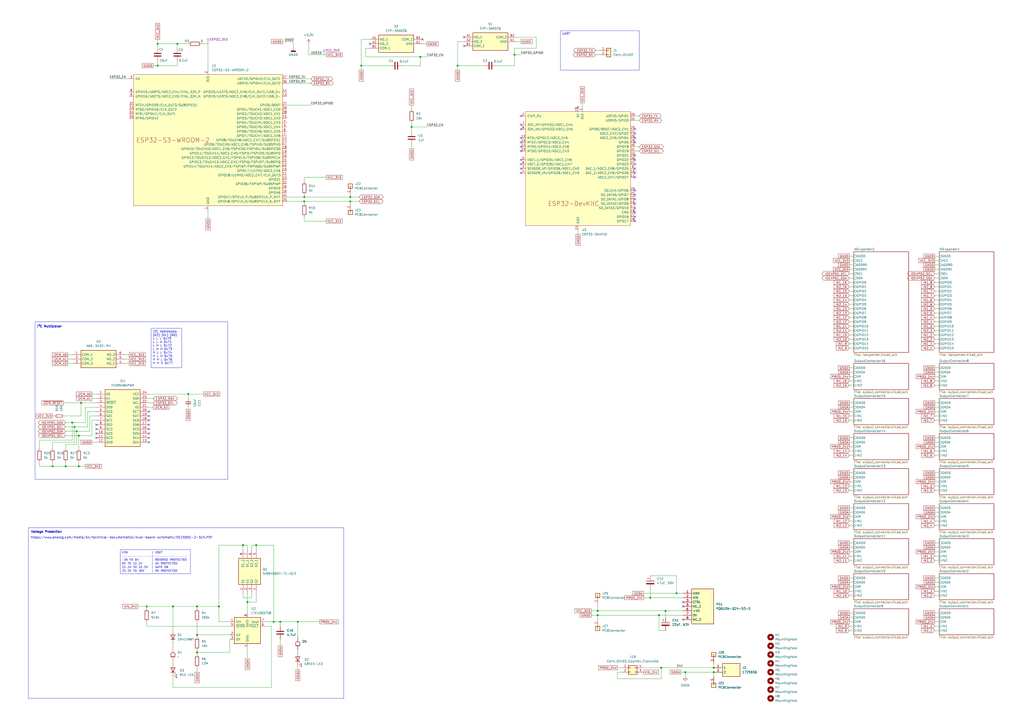
<source format=kicad_sch>
(kicad_sch (version 20231120) (generator "eeschema") (generator_version "8.0")
  (paper "A2")
  (title_block (title "Model Train Controller - Base") (date "2024-04-21") (rev "1"))
  (junction (at 114.3 378.46))
  (junction (at 162.56 360.68))
  (junction (at 127 351.79))
  (junction (at 114.3 351.79))
  (junction (at 203.2 116.84))
  (junction (at 114.3 368.3))
  (junction (at 102.87 25.4))
  (junction (at 346.71 354.33))
  (junction (at 45.72 252.73))
  (junction (at 397.51 389.89))
  (junction (at 85.09 351.79))
  (junction (at 45.72 270.51))
  (junction (at 298.45 31.75))
  (junction (at 238.76 73.66))
  (junction (at 414.02 389.89))
  (junction (at 44.45 250.19))
  (junction (at 140.97 316.23))
  (junction (at 30.48 270.51))
  (junction (at 41.91 245.11))
  (junction (at 176.53 114.3))
  (junction (at 46.99 233.68))
  (junction (at 109.22 228.6))
  (junction (at 176.53 116.84))
  (junction (at 43.18 247.65))
  (junction (at 91.44 38.1))
  (junction (at 91.44 25.4))
  (junction (at 143.51 349.25))
  (junction (at 158.75 360.68))
  (junction (at 392.43 344.17))
  (junction (at 377.19 346.71))
  (junction (at 38.1 270.51))
  (junction (at 243.84 33.02))
  (junction (at 386.08 354.33))
  (junction (at 100.33 351.79))
  (junction (at 382.27 356.87))
  (junction (at 148.59 316.23))
  (junction (at 383.54 387.35))
  (junction (at 203.2 114.3))
  (junction (at 414.02 387.35))
  (junction (at 209.55 38.1))
  (junction (at 172.72 360.68))
  (junction (at 265.43 38.1))
  (junction (at 346.71 356.87))
  (no_connect (at 368.3 92.71))
  (no_connect (at 396.24 351.79))
  (no_connect (at 368.3 118.11))
  (no_connect (at 302.26 72.39))
  (no_connect (at 368.3 113.03))
  (no_connect (at 302.26 74.93))
  (no_connect (at 396.24 359.41))
  (no_connect (at 302.26 80.01))
  (no_connect (at 396.24 349.25))
  (no_connect (at 335.28 62.23))
  (no_connect (at 269.24 26.67))
  (no_connect (at 368.3 125.73))
  (no_connect (at 368.3 120.65))
  (no_connect (at 86.36 254))
  (no_connect (at 368.3 82.55))
  (no_connect (at 368.3 80.01))
  (no_connect (at 55.88 246.38))
  (no_connect (at 302.26 85.09))
  (no_connect (at 368.3 100.33))
  (no_connect (at 368.3 97.79))
  (no_connect (at 86.36 238.76))
  (no_connect (at 55.88 254))
  (no_connect (at 86.36 246.38))
  (no_connect (at 302.26 97.79))
  (no_connect (at 86.36 241.3))
  (no_connect (at 302.26 92.71))
  (no_connect (at 302.26 67.31))
  (no_connect (at 368.3 74.93))
  (no_connect (at 302.26 95.25))
  (no_connect (at 302.26 100.33))
  (no_connect (at 86.36 248.92))
  (no_connect (at 55.88 248.92))
  (no_connect (at 55.88 251.46))
  (no_connect (at 368.3 115.57))
  (no_connect (at 86.36 256.54))
  (no_connect (at 368.3 110.49))
  (no_connect (at 368.3 102.87))
  (no_connect (at 245.11 22.86))
  (no_connect (at 302.26 87.63))
  (no_connect (at 86.36 251.46))
  (no_connect (at 269.24 21.59))
  (no_connect (at 86.36 243.84))
  (no_connect (at 368.3 90.17))
  (no_connect (at 214.63 25.4))
  (no_connect (at 368.3 95.25))
  (no_connect (at 368.3 123.19))
  (no_connect (at 302.26 82.55))
  (no_connect (at 368.3 128.27))
  (no_connect (at 368.3 77.47))
  (wire (pts (xy 542.29 148.59) (xy 544.83 148.59)))
  (wire (pts (xy 492.76 153.67) (xy 495.3 153.67)))
  (wire (pts (xy 80.01 351.79) (xy 85.09 351.79)))
  (wire (pts (xy 492.76 201.93) (xy 495.3 201.93)))
  (wire (pts (xy 542.29 166.37) (xy 544.83 166.37)))
  (wire (pts (xy 492.76 156.21) (xy 495.3 156.21)))
  (wire (pts (xy 100.33 383.54) (xy 100.33 384.81)))
  (wire (pts (xy 542.29 340.36) (xy 544.83 340.36)))
  (wire (pts (xy 91.44 22.86) (xy 91.44 25.4)))
  (wire (pts (xy 50.8 238.76) (xy 55.88 238.76)))
  (wire (pts (xy 542.29 365.76) (xy 544.83 365.76)))
  (wire (pts (xy 22.86 270.51) (xy 22.86 267.97)))
  (wire (pts (xy 492.76 215.9) (xy 495.3 215.9)))
  (wire (pts (xy 172.72 386.08) (xy 172.72 388.62)))
  (wire (pts (xy 238.76 73.66) (xy 247.65 73.66)))
  (wire (pts (xy 38.1 250.19) (xy 44.45 250.19)))
  (wire (pts (xy 542.29 168.91) (xy 544.83 168.91)))
  (wire (pts (xy 492.76 223.52) (xy 495.3 223.52)))
  (wire (pts (xy 53.34 252.73) (xy 53.34 243.84)))
  (wire (pts (xy 172.72 377.19) (xy 172.72 378.46)))
  (wire (pts (xy 492.76 299.72) (xy 495.3 299.72)))
  (wire (pts (xy 542.29 196.85) (xy 544.83 196.85)))
  (wire (pts (xy 311.15 27.94) (xy 298.45 27.94)))
  (wire (pts (xy 38.1 245.11) (xy 41.91 245.11)))
  (wire (pts (xy 176.53 102.87) (xy 176.53 105.41)))
  (wire (pts (xy 140.97 316.23) (xy 140.97 318.77)))
  (wire (pts (xy 492.76 233.68) (xy 495.3 233.68)))
  (wire (pts (xy 100.33 351.79) (xy 114.3 351.79)))
  (wire (pts (xy 542.29 302.26) (xy 544.83 302.26)))
  (wire (pts (xy 102.87 38.1) (xy 102.87 35.56)))
  (wire (pts (xy 38.1 270.51) (xy 30.48 270.51)))
  (wire (pts (xy 133.35 378.46) (xy 114.3 378.46)))
  (wire (pts (xy 492.76 302.26) (xy 495.3 302.26)))
  (wire (pts (xy 492.76 161.29) (xy 495.3 161.29)))
  (wire (pts (xy 209.55 38.1) (xy 226.06 38.1)))
  (wire (pts (xy 176.53 116.84) (xy 203.2 116.84)))
  (wire (pts (xy 386.08 354.33) (xy 396.24 354.33)))
  (wire (pts (xy 492.76 294.64) (xy 495.3 294.64)))
  (wire (pts (xy 53.34 228.6) (xy 55.88 228.6)))
  (wire (pts (xy 492.76 358.14) (xy 495.3 358.14)))
  (wire (pts (xy 46.99 233.68) (xy 55.88 233.68)))
  (wire (pts (xy 243.84 33.02) (xy 247.65 33.02)))
  (wire (pts (xy 492.76 284.48) (xy 495.3 284.48)))
  (wire (pts (xy 542.29 274.32) (xy 544.83 274.32)))
  (wire (pts (xy 346.71 356.87) (xy 382.27 356.87)))
  (wire (pts (xy 542.29 189.23) (xy 544.83 189.23)))
  (wire (pts (xy 542.29 304.8) (xy 544.83 304.8)))
  (wire (pts (xy 133.35 378.46) (xy 133.35 370.84)))
  (wire (pts (xy 542.29 294.64) (xy 544.83 294.64)))
  (wire (pts (xy 542.29 179.07) (xy 544.83 179.07)))
  (wire (pts (xy 127 351.79) (xy 114.3 351.79)))
  (wire (pts (xy 492.76 191.77) (xy 495.3 191.77)))
  (wire (pts (xy 53.34 256.54) (xy 55.88 256.54)))
  (wire (pts (xy 542.29 215.9) (xy 544.83 215.9)))
  (wire (pts (xy 542.29 194.31) (xy 544.83 194.31)))
  (wire (pts (xy 368.3 85.09) (xy 370.84 85.09)))
  (wire (pts (xy 38.1 267.97) (xy 38.1 270.51)))
  (wire (pts (xy 492.76 186.69) (xy 495.3 186.69)))
  (wire (pts (xy 114.3 387.35) (xy 114.3 389.89)))
  (wire (pts (xy 88.9 38.1) (xy 91.44 38.1)))
  (wire (pts (xy 143.51 349.25) (xy 148.59 349.25)))
  (wire (pts (xy 542.29 276.86) (xy 544.83 276.86)))
  (wire (pts (xy 345.44 31.75) (xy 347.98 31.75)))
  (wire (pts (xy 492.76 360.68) (xy 495.3 360.68)))
  (wire (pts (xy 166.37 60.96) (xy 180.34 60.96)))
  (wire (pts (xy 166.37 45.72) (xy 180.34 45.72)))
  (wire (pts (xy 542.29 156.21) (xy 544.83 156.21)))
  (wire (pts (xy 133.35 363.22) (xy 85.09 363.22)))
  (wire (pts (xy 542.29 153.67) (xy 544.83 153.67)))
  (wire (pts (xy 166.37 114.3) (xy 176.53 114.3)))
  (wire (pts (xy 492.76 220.98) (xy 495.3 220.98)))
  (wire (pts (xy 176.53 113.03) (xy 176.53 114.3)))
  (wire (pts (xy 542.29 345.44) (xy 544.83 345.44)))
  (wire (pts (xy 143.51 349.25) (xy 143.51 344.17)))
  (wire (pts (xy 542.29 186.69) (xy 544.83 186.69)))
  (wire (pts (xy 265.43 24.13) (xy 269.24 24.13)))
  (wire (pts (xy 346.71 356.87) (xy 346.71 359.41)))
  (wire (pts (xy 49.53 270.51) (xy 45.72 270.51)))
  (wire (pts (xy 86.36 231.14) (xy 88.9 231.14)))
  (wire (pts (xy 492.76 365.76) (xy 495.3 365.76)))
  (wire (pts (xy 342.9 356.87) (xy 346.71 356.87)))
  (wire (pts (xy 43.18 247.65) (xy 43.18 256.54)))
  (wire (pts (xy 542.29 173.99) (xy 544.83 173.99)))
  (wire (pts (xy 86.36 233.68) (xy 88.9 233.68)))
  (wire (pts (xy 170.18 27.94) (xy 170.18 24.13)))
  (wire (pts (xy 166.37 116.84) (xy 176.53 116.84)))
  (wire (pts (xy 30.48 270.51) (xy 22.86 270.51)))
  (wire (pts (xy 238.76 73.66) (xy 238.76 76.2)))
  (wire (pts (xy 492.76 176.53) (xy 495.3 176.53)))
  (wire (pts (xy 492.76 355.6) (xy 495.3 355.6)))
  (wire (pts (xy 53.34 243.84) (xy 55.88 243.84)))
  (wire (pts (xy 492.76 340.36) (xy 495.3 340.36)))
  (wire (pts (xy 46.99 233.68) (xy 46.99 241.3)))
  (wire (pts (xy 386.08 365.76) (xy 382.27 365.76)))
  (wire (pts (xy 397.51 389.89) (xy 414.02 389.89)))
  (wire (pts (xy 542.29 199.39) (xy 544.83 199.39)))
  (wire (pts (xy 91.44 25.4) (xy 91.44 27.94)))
  (wire (pts (xy 368.3 67.31) (xy 370.84 67.31)))
  (wire (pts (xy 492.76 281.94) (xy 495.3 281.94)))
  (wire (pts (xy 492.76 335.28) (xy 495.3 335.28)))
  (wire (pts (xy 265.43 24.13) (xy 265.43 38.1)))
  (wire (pts (xy 120.65 25.4) (xy 120.65 40.64)))
  (wire (pts (xy 162.56 370.84) (xy 162.56 374.65)))
  (wire (pts (xy 265.43 38.1) (xy 280.67 38.1)))
  (wire (pts (xy 542.29 317.5) (xy 544.83 317.5)))
  (wire (pts (xy 153.67 360.68) (xy 158.75 360.68)))
  (wire (pts (xy 41.91 245.11) (xy 49.53 245.11)))
  (wire (pts (xy 298.45 27.94) (xy 298.45 31.75)))
  (wire (pts (xy 38.1 257.81) (xy 44.45 257.81)))
  (wire (pts (xy 203.2 114.3) (xy 208.28 114.3)))
  (wire (pts (xy 43.18 247.65) (xy 50.8 247.65)))
  (wire (pts (xy 542.29 201.93) (xy 544.83 201.93)))
  (wire (pts (xy 542.29 191.77) (xy 544.83 191.77)))
  (wire (pts (xy 45.72 267.97) (xy 45.72 270.51)))
  (wire (pts (xy 140.97 344.17) (xy 140.97 346.71)))
  (wire (pts (xy 492.76 241.3) (xy 495.3 241.3)))
  (wire (pts (xy 542.29 254) (xy 544.83 254)))
  (wire (pts (xy 30.48 241.3) (xy 31.75 241.3)))
  (wire (pts (xy 114.3 368.3) (xy 114.3 369.57)))
  (wire (pts (xy 492.76 342.9) (xy 495.3 342.9)))
  (wire (pts (xy 30.48 256.54) (xy 43.18 256.54)))
  (wire (pts (xy 346.71 350.52) (xy 346.71 354.33)))
  (wire (pts (xy 542.29 281.94) (xy 544.83 281.94)))
  (wire (pts (xy 203.2 116.84) (xy 203.2 118.11)))
  (wire (pts (xy 542.29 220.98) (xy 544.83 220.98)))
  (wire (pts (xy 72.39 208.28) (xy 74.93 208.28)))
  (wire (pts (xy 542.29 360.68) (xy 544.83 360.68)))
  (wire (pts (xy 542.29 238.76) (xy 544.83 238.76)))
  (wire (pts (xy 383.54 393.7) (xy 383.54 387.35)))
  (wire (pts (xy 172.72 360.68) (xy 172.72 369.57)))
  (wire (pts (xy 176.53 116.84) (xy 176.53 118.11)))
  (wire (pts (xy 91.44 38.1) (xy 102.87 38.1)))
  (wire (pts (xy 492.76 213.36) (xy 495.3 213.36)))
  (wire (pts (xy 163.83 24.13) (xy 170.18 24.13)))
  (wire (pts (xy 542.29 161.29) (xy 544.83 161.29)))
  (wire (pts (xy 109.22 228.6) (xy 109.22 231.14)))
  (wire (pts (xy 542.29 279.4) (xy 544.83 279.4)))
  (wire (pts (xy 377.19 334.01) (xy 392.43 334.01)))
  (wire (pts (xy 542.29 335.28) (xy 544.83 335.28)))
  (wire (pts (xy 542.29 259.08) (xy 544.83 259.08)))
  (wire (pts (xy 492.76 199.39) (xy 495.3 199.39)))
  (wire (pts (xy 492.76 194.31) (xy 495.3 194.31)))
  (wire (pts (xy 358.14 387.35) (xy 360.68 387.35)))
  (wire (pts (xy 179.07 25.4) (xy 179.07 31.75)))
  (wire (pts (xy 492.76 168.91) (xy 495.3 168.91)))
  (wire (pts (xy 298.45 38.1) (xy 298.45 31.75)))
  (wire (pts (xy 50.8 247.65) (xy 50.8 238.76)))
  (wire (pts (xy 492.76 325.12) (xy 495.3 325.12)))
  (wire (pts (xy 172.72 360.68) (xy 185.42 360.68)))
  (wire (pts (xy 542.29 176.53) (xy 544.83 176.53)))
  (wire (pts (xy 492.76 297.18) (xy 495.3 297.18)))
  (wire (pts (xy 542.29 223.52) (xy 544.83 223.52)))
  (wire (pts (xy 382.27 356.87) (xy 396.24 356.87)))
  (wire (pts (xy 492.76 163.83) (xy 495.3 163.83)))
  (wire (pts (xy 492.76 189.23) (xy 495.3 189.23)))
  (wire (pts (xy 542.29 256.54) (xy 544.83 256.54)))
  (wire (pts (xy 38.1 247.65) (xy 43.18 247.65)))
  (wire (pts (xy 542.29 299.72) (xy 544.83 299.72)))
  (wire (pts (xy 542.29 314.96) (xy 544.83 314.96)))
  (wire (pts (xy 39.37 210.82) (xy 41.91 210.82)))
  (wire (pts (xy 38.1 260.35) (xy 38.1 257.81)))
  (wire (pts (xy 140.97 316.23) (xy 143.51 316.23)))
  (wire (pts (xy 368.3 87.63) (xy 370.84 87.63)))
  (wire (pts (xy 492.76 274.32) (xy 495.3 274.32)))
  (wire (pts (xy 346.71 354.33) (xy 386.08 354.33)))
  (wire (pts (xy 492.76 279.4) (xy 495.3 279.4)))
  (wire (pts (xy 148.59 316.23) (xy 148.59 318.77)))
  (wire (pts (xy 542.29 363.22) (xy 544.83 363.22)))
  (wire (pts (xy 542.29 233.68) (xy 544.83 233.68)))
  (wire (pts (xy 288.29 38.1) (xy 298.45 38.1)))
  (wire (pts (xy 243.84 33.02) (xy 243.84 38.1)))
  (wire (pts (xy 45.72 252.73) (xy 53.34 252.73)))
  (wire (pts (xy 358.14 389.89) (xy 360.68 389.89)))
  (wire (pts (xy 542.29 171.45) (xy 544.83 171.45)))
  (wire (pts (xy 30.48 267.97) (xy 30.48 270.51)))
  (wire (pts (xy 492.76 173.99) (xy 495.3 173.99)))
  (wire (pts (xy 212.09 27.94) (xy 212.09 33.02)))
  (wire (pts (xy 542.29 218.44) (xy 544.83 218.44)))
  (wire (pts (xy 265.43 38.1) (xy 265.43 40.64)))
  (wire (pts (xy 127 360.68) (xy 127 351.79)))
  (wire (pts (xy 158.75 316.23) (xy 148.59 316.23)))
  (wire (pts (xy 127 360.68) (xy 133.35 360.68)))
  (wire (pts (xy 542.29 325.12) (xy 544.83 325.12)))
  (wire (pts (xy 542.29 158.75) (xy 544.83 158.75)))
  (wire (pts (xy 542.29 236.22) (xy 544.83 236.22)))
  (wire (pts (xy 238.76 60.96) (xy 238.76 63.5)))
  (wire (pts (xy 36.83 241.3) (xy 46.99 241.3)))
  (wire (pts (xy 373.38 387.35) (xy 383.54 387.35)))
  (wire (pts (xy 492.76 337.82) (xy 495.3 337.82)))
  (wire (pts (xy 542.29 184.15) (xy 544.83 184.15)))
  (wire (pts (xy 49.53 236.22) (xy 55.88 236.22)))
  (wire (pts (xy 157.48 398.78) (xy 157.48 363.22)))
  (wire (pts (xy 368.3 69.85) (xy 370.84 69.85)))
  (wire (pts (xy 542.29 181.61) (xy 544.83 181.61)))
  (wire (pts (xy 492.76 236.22) (xy 495.3 236.22)))
  (wire (pts (xy 22.86 255.27) (xy 41.91 255.27)))
  (wire (pts (xy 492.76 148.59) (xy 495.3 148.59)))
  (wire (pts (xy 212.09 33.02) (xy 243.84 33.02)))
  (wire (pts (xy 492.76 179.07) (xy 495.3 179.07)))
  (wire (pts (xy 127 316.23) (xy 127 351.79)))
  (wire (pts (xy 148.59 344.17) (xy 148.59 349.25)))
  (wire (pts (xy 492.76 320.04) (xy 495.3 320.04)))
  (wire (pts (xy 162.56 360.68) (xy 162.56 363.22)))
  (wire (pts (xy 358.14 393.7) (xy 383.54 393.7)))
  (wire (pts (xy 100.33 365.76) (xy 100.33 351.79)))
  (wire (pts (xy 299.72 21.59) (xy 311.15 21.59)))
  (wire (pts (xy 492.76 345.44) (xy 495.3 345.44)))
  (wire (pts (xy 542.29 320.04) (xy 544.83 320.04)))
  (wire (pts (xy 492.76 363.22) (xy 495.3 363.22)))
  (wire (pts (xy 114.3 377.19) (xy 114.3 378.46)))
  (wire (pts (xy 189.23 102.87) (xy 176.53 102.87)))
  (wire (pts (xy 52.07 241.3) (xy 55.88 241.3)))
  (wire (pts (xy 114.3 368.3) (xy 133.35 368.3)))
  (wire (pts (xy 209.55 22.86) (xy 214.63 22.86)))
  (wire (pts (xy 492.76 256.54) (xy 495.3 256.54)))
  (wire (pts (xy 100.33 392.43) (xy 100.33 398.78)))
  (wire (pts (xy 203.2 113.03) (xy 203.2 114.3)))
  (wire (pts (xy 49.53 245.11) (xy 49.53 236.22)))
  (wire (pts (xy 492.76 243.84) (xy 495.3 243.84)))
  (wire (pts (xy 492.76 151.13) (xy 495.3 151.13)))
  (wire (pts (xy 382.27 365.76) (xy 382.27 356.87)))
  (wire (pts (xy 85.09 353.06) (xy 85.09 351.79)))
  (wire (pts (xy 383.54 387.35) (xy 414.02 387.35)))
  (wire (pts (xy 542.29 241.3) (xy 544.83 241.3)))
  (wire (pts (xy 143.51 375.92) (xy 143.51 382.27)))
  (wire (pts (xy 179.07 31.75) (xy 189.23 31.75)))
  (wire (pts (xy 542.29 243.84) (xy 544.83 243.84)))
  (wire (pts (xy 542.29 284.48) (xy 544.83 284.48)))
  (wire (pts (xy 100.33 373.38) (xy 100.33 375.92)))
  (wire (pts (xy 542.29 163.83) (xy 544.83 163.83)))
  (wire (pts (xy 114.3 378.46) (xy 114.3 379.73)))
  (wire (pts (xy 542.29 151.13) (xy 544.83 151.13)))
  (wire (pts (xy 394.97 389.89) (xy 397.51 389.89)))
  (wire (pts (xy 189.23 128.27) (xy 176.53 128.27)))
  (wire (pts (xy 209.55 38.1) (xy 209.55 40.64)))
  (wire (pts (xy 311.15 21.59) (xy 311.15 27.94)))
  (wire (pts (xy 176.53 114.3) (xy 203.2 114.3)))
  (wire (pts (xy 392.43 344.17) (xy 396.24 344.17)))
  (wire (pts (xy 345.44 29.21) (xy 347.98 29.21)))
  (wire (pts (xy 492.76 171.45) (xy 495.3 171.45)))
  (wire (pts (xy 176.53 128.27) (xy 176.53 125.73)))
  (wire (pts (xy 158.75 360.68) (xy 162.56 360.68)))
  (wire (pts (xy 30.48 260.35) (xy 30.48 256.54)))
  (wire (pts (xy 140.97 346.71) (xy 146.05 346.71)))
  (wire (pts (xy 386.08 354.33) (xy 386.08 358.14)))
  (wire (pts (xy 36.83 233.68) (xy 46.99 233.68)))
  (wire (pts (xy 209.55 22.86) (xy 209.55 38.1)))
  (wire (pts (xy 116.84 25.4) (xy 120.65 25.4)))
  (wire (pts (xy 542.29 342.9) (xy 544.83 342.9)))
  (wire (pts (xy 492.76 314.96) (xy 495.3 314.96)))
  (wire (pts (xy 299.72 24.13) (xy 302.26 24.13)))
  (wire (pts (xy 214.63 27.94) (xy 212.09 27.94)))
  (wire (pts (xy 72.39 205.74) (xy 74.93 205.74)))
  (wire (pts (xy 86.36 228.6) (xy 109.22 228.6)))
  (wire (pts (xy 86.36 236.22) (xy 88.9 236.22)))
  (wire (pts (xy 162.56 360.68) (xy 172.72 360.68)))
  (wire (pts (xy 109.22 228.6) (xy 118.11 228.6)))
  (wire (pts (xy 238.76 83.82) (xy 238.76 86.36)))
  (wire (pts (xy 143.51 349.25) (xy 143.51 355.6)))
  (wire (pts (xy 492.76 261.62) (xy 495.3 261.62)))
  (wire (pts (xy 146.05 344.17) (xy 146.05 346.71)))
  (wire (pts (xy 492.76 184.15) (xy 495.3 184.15)))
  (wire (pts (xy 542.29 322.58) (xy 544.83 322.58)))
  (wire (pts (xy 373.38 346.71) (xy 377.19 346.71)))
  (wire (pts (xy 492.76 254) (xy 495.3 254)))
  (wire (pts (xy 335.28 133.35) (xy 335.28 135.89)))
  (wire (pts (xy 53.34 231.14) (xy 55.88 231.14)))
  (wire (pts (xy 492.76 276.86) (xy 495.3 276.86)))
  (wire (pts (xy 245.11 25.4) (xy 247.65 25.4)))
  (wire (pts (xy 397.51 389.89) (xy 397.51 392.43)))
  (wire (pts (xy 39.37 205.74) (xy 41.91 205.74)))
  (wire (pts (xy 39.37 208.28) (xy 41.91 208.28)))
  (wire (pts (xy 91.44 35.56) (xy 91.44 38.1)))
  (wire (pts (xy 120.65 121.92) (xy 120.65 127)))
  (wire (pts (xy 377.19 341.63) (xy 377.19 346.71)))
  (wire (pts (xy 542.29 213.36) (xy 544.83 213.36)))
  (wire (pts (xy 492.76 218.44) (xy 495.3 218.44)))
  (wire (pts (xy 85.09 351.79) (xy 100.33 351.79)))
  (wire (pts (xy 148.59 316.23) (xy 146.05 316.23)))
  (wire (pts (xy 38.1 252.73) (xy 45.72 252.73)))
  (wire (pts (xy 109.22 236.22) (xy 109.22 237.49)))
  (wire (pts (xy 492.76 181.61) (xy 495.3 181.61)))
  (wire (pts (xy 166.37 48.26) (xy 180.34 48.26)))
  (wire (pts (xy 45.72 270.51) (xy 38.1 270.51)))
  (wire (pts (xy 492.76 238.76) (xy 495.3 238.76)))
  (wire (pts (xy 492.76 196.85) (xy 495.3 196.85)))
  (wire (pts (xy 233.68 38.1) (xy 243.84 38.1)))
  (wire (pts (xy 492.76 317.5) (xy 495.3 317.5)))
  (wire (pts (xy 52.07 250.19) (xy 52.07 241.3)))
  (wire (pts (xy 44.45 250.19) (xy 44.45 257.81)))
  (wire (pts (xy 542.29 297.18) (xy 544.83 297.18)))
  (wire (pts (xy 414.02 384.81) (xy 414.02 387.35)))
  (wire (pts (xy 114.3 353.06) (xy 114.3 351.79)))
  (wire (pts (xy 114.3 368.3) (xy 114.3 360.68)))
  (wire (pts (xy 373.38 344.17) (xy 392.43 344.17)))
  (wire (pts (xy 542.29 264.16) (xy 544.83 264.16)))
  (wire (pts (xy 143.51 316.23) (xy 143.51 318.77)))
  (wire (pts (xy 22.86 260.35) (xy 22.86 255.27)))
  (wire (pts (xy 127 316.23) (xy 140.97 316.23)))
  (wire (pts (xy 238.76 71.12) (xy 238.76 73.66)))
  (wire (pts (xy 542.29 261.62) (xy 544.83 261.62)))
  (wire (pts (xy 342.9 354.33) (xy 346.71 354.33)))
  (wire (pts (xy 72.39 210.82) (xy 74.93 210.82)))
  (wire (pts (xy 542.29 337.82) (xy 544.83 337.82)))
  (wire (pts (xy 492.76 322.58) (xy 495.3 322.58)))
  (wire (pts (xy 41.91 245.11) (xy 41.91 255.27)))
  (wire (pts (xy 492.76 158.75) (xy 495.3 158.75)))
  (wire (pts (xy 492.76 304.8) (xy 495.3 304.8)))
  (wire (pts (xy 337.82 59.69) (xy 337.82 62.23)))
  (wire (pts (xy 298.45 31.75) (xy 302.26 31.75)))
  (wire (pts (xy 542.29 358.14) (xy 544.83 358.14)))
  (wire (pts (xy 542.29 355.6) (xy 544.83 355.6)))
  (wire (pts (xy 100.33 398.78) (xy 157.48 398.78)))
  (wire (pts (xy 146.05 316.23) (xy 146.05 318.77)))
  (wire (pts (xy 414.02 389.89) (xy 414.02 392.43)))
  (wire (pts (xy 102.87 25.4) (xy 109.22 25.4)))
  (wire (pts (xy 44.45 250.19) (xy 52.07 250.19)))
  (wire (pts (xy 91.44 25.4) (xy 102.87 25.4)))
  (wire (pts (xy 492.76 166.37) (xy 495.3 166.37)))
  (wire (pts (xy 102.87 25.4) (xy 102.87 27.94)))
  (wire (pts (xy 358.14 389.89) (xy 358.14 393.7)))
  (wire (pts (xy 85.09 363.22) (xy 85.09 360.68)))
  (wire (pts (xy 492.76 264.16) (xy 495.3 264.16)))
  (wire (pts (xy 377.19 346.71) (xy 396.24 346.71)))
  (wire (pts (xy 203.2 116.84) (xy 208.28 116.84)))
  (wire (pts (xy 63.5 45.72) (xy 74.93 45.72)))
  (wire (pts (xy 157.48 363.22) (xy 153.67 363.22)))
  (wire (pts (xy 492.76 259.08) (xy 495.3 259.08)))
  (wire (pts (xy 158.75 360.68) (xy 158.75 316.23)))
  (wire (pts (xy 45.72 252.73) (xy 45.72 260.35)))
  (wire (pts (xy 392.43 334.01) (xy 392.43 344.17)))
  (rectangle (start 20.32 186.69) (end 132.08 278.13))
  (rectangle (start 16.51 306.07) (end 199.39 405.13))
  (text_box "I2C Addresses: \n{A2} {A1} {A0}\nL L L 0x70\nL L H 0x71\nL H L 0x72\nL H H 0x73\nH L L 0x74\nH L H 0x75\nH H L 0x76\nH H H 0x77" (at 87.63 190.5 0) (size 17.78 22.86) (effects (font (size 1.27 1.27)) (justify left top)))
  (text_box "UART" (at 325.12 17.78 0) (size 45.72 22.86) (effects (font (size 1.27 1.27)) (justify left top)))
  (text_box "VIN             | VOUT\n----------------|------------------\n-30 TO 0V       | REVERSE PROTECTED\n0V TO 22.2V     | UV PROTECTED\n22.2V TO 25.5V  | GATE ON\n25.5V TO 30V    | OV PROTECTED" (at 69.85 318.77 0) (size 40.64 13.97) (effects (font (size 1.27 1.27)) (justify left top)))
  (text "https://www.analog.com/media/en/technical-documentation/eval-board-schematic/DC1555C-2-SCH.PDF" (at 70.612 311.912 0) (effects (font (size 1.27 1.27))))
  (text "I²C Multiplexer" (at 28.702 189.484 0) (effects (font (size 1.27 1.27) (thickness 0.254) (bold yes))))
  (text "Voltage Protection" (at 26.924 308.61 0) (effects (font (size 1.27 1.27) (thickness 0.254) (bold yes))))
  (label "ESP32_GPIO0" (at 302.26 31.75 0))
  (label "24V" (at 392.43 387.35 0))
  (label "ESP32_GPIO0" (at 180.34 60.96 0))
  (label "ESP32_EN" (at 63.5 45.72 0))
  (label "VDD33" (at 180.34 31.75 0))
  (label "ESP32_TX" (at 167.64 45.72 0))
  (label "ESP32_RX" (at 167.64 48.26 0))
  (label "ESP32_EN" (at 247.65 33.02 0))
  (label "ESP32_EN" (at 247.65 73.66 0))
  (label "GNDD" (at 165.1 24.13 0))
  (global_label "GNDD" (shape passive) (at 542.29 294.64 180) (property "Intersheetrefs" "${INTERSHEET_REFS}" (effects (hide yes))))
  (global_label "IOEXP01_SCL" (shape bidirectional) (at 38.1 247.65 180) (property "Intersheetrefs" "${INTERSHEET_REFS}" (effects (hide yes))))
  (global_label "ESP32_RX" (shape bidirectional) (at 345.44 31.75 180) (property "Intersheetrefs" "${INTERSHEET_REFS}" (effects (hide yes))))
  (global_label "IN2_2" (shape input) (at 542.29 345.44 180) (property "Intersheetrefs" "${INTERSHEET_REFS}" (effects (hide yes))))
  (global_label "GNDD" (shape passive) (at 492.76 314.96 180) (property "Intersheetrefs" "${INTERSHEET_REFS}" (effects (hide yes))))
  (global_label "IN2_12" (shape input) (at 492.76 186.69 180) (property "Intersheetrefs" "${INTERSHEET_REFS}" (effects (hide yes))))
  (global_label "IN2_15" (shape input) (at 492.76 243.84 180) (property "Intersheetrefs" "${INTERSHEET_REFS}" (effects (hide yes))))
  (global_label "VCC_3V3" (shape passive) (at 189.23 31.75 0) (property "Intersheetrefs" "${INTERSHEET_REFS}" (effects (hide yes))))
  (global_label "I2CM_A1" (shape passive) (at 53.34 231.14 180) (property "Intersheetrefs" "${INTERSHEET_REFS}" (effects (hide yes))))
  (global_label "IN2_6" (shape input) (at 542.29 264.16 180) (property "Intersheetrefs" "${INTERSHEET_REFS}" (effects (hide yes))))
  (global_label "GNDA" (shape passive) (at 542.29 256.54 180) (property "Intersheetrefs" "${INTERSHEET_REFS}" (effects (hide yes))))
  (global_label "IN2_5" (shape input) (at 542.29 284.48 180) (property "Intersheetrefs" "${INTERSHEET_REFS}" (effects (hide yes))))
  (global_label "IN1_4" (shape input) (at 542.29 302.26 180) (property "Intersheetrefs" "${INTERSHEET_REFS}" (effects (hide yes))))
  (global_label "GNDA" (shape passive) (at 114.3 389.89 270) (property "Intersheetrefs" "${INTERSHEET_REFS}" (effects (hide yes))))
  (global_label "GNDD" (shape passive) (at 342.9 356.87 180) (property "Intersheetrefs" "${INTERSHEET_REFS}" (effects (hide yes))))
  (global_label "GNDD" (shape passive) (at 209.55 40.64 270) (property "Intersheetrefs" "${INTERSHEET_REFS}" (effects (hide yes))))
  (global_label "IOEXP01_SDA" (shape bidirectional) (at 38.1 245.11 180) (property "Intersheetrefs" "${INTERSHEET_REFS}" (effects (hide yes))))
  (global_label "GNDD" (shape passive) (at 53.34 256.54 180) (property "Intersheetrefs" "${INTERSHEET_REFS}" (effects (hide yes))))
  (global_label "IN1_13" (shape input) (at 492.76 281.94 180) (property "Intersheetrefs" "${INTERSHEET_REFS}" (effects (hide yes))))
  (global_label "GNDD" (shape passive) (at 492.76 148.59 180) (property "Intersheetrefs" "${INTERSHEET_REFS}" (effects (hide yes))))
  (global_label "IN2_11" (shape input) (at 492.76 325.12 180) (property "Intersheetrefs" "${INTERSHEET_REFS}" (effects (hide yes))))
  (global_label "VCC_3V3" (shape passive) (at 49.53 270.51 0) (property "Intersheetrefs" "${INTERSHEET_REFS}" (effects (hide yes))))
  (global_label "GNDD" (shape passive) (at 238.76 86.36 270) (property "Intersheetrefs" "${INTERSHEET_REFS}" (effects (hide yes))))
  (global_label "GNDA" (shape passive) (at 492.76 276.86 180) (property "Intersheetrefs" "${INTERSHEET_REFS}" (effects (hide yes))))
  (global_label "GNDD" (shape passive) (at 88.9 38.1 180) (property "Intersheetrefs" "${INTERSHEET_REFS}" (effects (hide yes))))
  (global_label "IN1_9" (shape input) (at 492.76 199.39 180) (property "Intersheetrefs" "${INTERSHEET_REFS}" (effects (hide yes))))
  (global_label "VCC_3V3" (shape passive) (at 238.76 60.96 90) (property "Intersheetrefs" "${INTERSHEET_REFS}" (effects (hide yes))))
  (global_label "VCC_3V3" (shape passive) (at 337.82 59.69 90) (property "Intersheetrefs" "${INTERSHEET_REFS}" (effects (hide yes))))
  (global_label "IN2_11" (shape input) (at 492.76 191.77 180) (property "Intersheetrefs" "${INTERSHEET_REFS}" (effects (hide yes))))
  (global_label "IOEXP02_SCL" (shape bidirectional) (at 38.1 252.73 180) (property "Intersheetrefs" "${INTERSHEET_REFS}" (effects (hide yes))))
  (global_label "GNDA" (shape passive) (at 394.97 389.89 180) (property "Intersheetrefs" "${INTERSHEET_REFS}" (effects (hide yes))))
  (global_label "VCC_3V3" (shape passive) (at 189.23 128.27 0) (property "Intersheetrefs" "${INTERSHEET_REFS}" (effects (hide yes))))
  (global_label "GNDD" (shape passive) (at 492.76 335.28 180) (property "Intersheetrefs" "${INTERSHEET_REFS}" (effects (hide yes))))
  (global_label "ESP32_SDA" (shape bidirectional) (at 88.9 231.14 0) (property "Intersheetrefs" "${INTERSHEET_REFS}" (effects (hide yes))))
  (global_label "PROD_24V" (shape passive) (at 492.76 340.36 180) (property "Intersheetrefs" "${INTERSHEET_REFS}" (effects (hide yes))))
  (global_label "ESP32_SDA" (shape bidirectional) (at 370.84 85.09 0) (property "Intersheetrefs" "${INTERSHEET_REFS}" (effects (hide yes))))
  (global_label "GNDD" (shape passive) (at 542.29 213.36 180) (property "Intersheetrefs" "${INTERSHEET_REFS}" (effects (hide yes))))
  (global_label "PROD_24V" (shape passive) (at 373.38 346.71 180) (property "Intersheetrefs" "${INTERSHEET_REFS}" (effects (hide yes))))
  (global_label "PROD_24V" (shape passive) (at 542.29 299.72 180) (property "Intersheetrefs" "${INTERSHEET_REFS}" (effects (hide yes))))
  (global_label "PROD_24V" (shape passive) (at 542.29 340.36 180) (property "Intersheetrefs" "${INTERSHEET_REFS}" (effects (hide yes))))
  (global_label "PROD_24V" (shape passive) (at 542.29 238.76 180) (property "Intersheetrefs" "${INTERSHEET_REFS}" (effects (hide yes))))
  (global_label "ESP32_TX" (shape bidirectional) (at 180.34 45.72 0) (property "Intersheetrefs" "${INTERSHEET_REFS}" (effects (hide yes))))
  (global_label "IN2_13" (shape input) (at 492.76 181.61 180) (property "Intersheetrefs" "${INTERSHEET_REFS}" (effects (hide yes))))
  (global_label "VIN_24V" (shape passive) (at 80.01 351.79 180) (property "Intersheetrefs" "${INTERSHEET_REFS}" (effects (hide yes))))
  (global_label "PROD_24V" (shape passive) (at 542.29 218.44 180) (property "Intersheetrefs" "${INTERSHEET_REFS}" (effects (hide yes))))
  (global_label "ESP32_TX" (shape bidirectional) (at 370.84 67.31 0) (property "Intersheetrefs" "${INTERSHEET_REFS}" (effects (hide yes))))
  (global_label "GNDA" (shape passive) (at 542.29 297.18 180) (property "Intersheetrefs" "${INTERSHEET_REFS}" (effects (hide yes))))
  (global_label "IN1_12" (shape input) (at 492.76 184.15 180) (property "Intersheetrefs" "${INTERSHEET_REFS}" (effects (hide yes))))
  (global_label "GNDA" (shape passive) (at 492.76 337.82 180) (property "Intersheetrefs" "${INTERSHEET_REFS}" (effects (hide yes))))
  (global_label "IN1_7" (shape input) (at 542.29 241.3 180) (property "Intersheetrefs" "${INTERSHEET_REFS}" (effects (hide yes))))
  (global_label "IN1_3" (shape input) (at 542.29 189.23 180) (property "Intersheetrefs" "${INTERSHEET_REFS}" (effects (hide yes))))
  (global_label "IN2_13" (shape input) (at 492.76 284.48 180) (property "Intersheetrefs" "${INTERSHEET_REFS}" (effects (hide yes))))
  (global_label "IN2_12" (shape input) (at 492.76 304.8 180) (property "Intersheetrefs" "${INTERSHEET_REFS}" (effects (hide yes))))
  (global_label "IN1_14" (shape input) (at 492.76 173.99 180) (property "Intersheetrefs" "${INTERSHEET_REFS}" (effects (hide yes))))
  (global_label "I2CM_A1" (shape passive) (at 39.37 208.28 180) (property "Intersheetrefs" "${INTERSHEET_REFS}" (effects (hide yes))))
  (global_label "GNDD" (shape passive) (at 492.76 294.64 180) (property "Intersheetrefs" "${INTERSHEET_REFS}" (effects (hide yes))))
  (global_label "ESP32_RX" (shape bidirectional) (at 180.34 48.26 0) (property "Intersheetrefs" "${INTERSHEET_REFS}" (effects (hide yes))))
  (global_label "IN1_13" (shape input) (at 492.76 179.07 180) (property "Intersheetrefs" "${INTERSHEET_REFS}" (effects (hide yes))))
  (global_label "GNDD" (shape passive) (at 492.76 355.6 180) (property "Intersheetrefs" "${INTERSHEET_REFS}" (effects (hide yes))))
  (global_label "IN2_1" (shape input) (at 542.29 201.93 180) (property "Intersheetrefs" "${INTERSHEET_REFS}" (effects (hide yes))))
  (global_label "IOEXP02_SDA" (shape bidirectional) (at 38.1 250.19 180) (property "Intersheetrefs" "${INTERSHEET_REFS}" (effects (hide yes))))
  (global_label "IN2_6" (shape input) (at 542.29 176.53 180) (property "Intersheetrefs" "${INTERSHEET_REFS}" (effects (hide yes))))
  (global_label "IN2_5" (shape input) (at 542.29 181.61 180) (property "Intersheetrefs" "${INTERSHEET_REFS}" (effects (hide yes))))
  (global_label "IN2_9" (shape input) (at 492.76 201.93 180) (property "Intersheetrefs" "${INTERSHEET_REFS}" (effects (hide yes))))
  (global_label "IN2_10" (shape input) (at 492.76 345.44 180) (property "Intersheetrefs" "${INTERSHEET_REFS}" (effects (hide yes))))
  (global_label "IN1_12" (shape input) (at 492.76 302.26 180) (property "Intersheetrefs" "${INTERSHEET_REFS}" (effects (hide yes))))
  (global_label "IN1_5" (shape input) (at 542.29 179.07 180) (property "Intersheetrefs" "${INTERSHEET_REFS}" (effects (hide yes))))
  (global_label "GNDA" (shape passive) (at 492.76 317.5 180) (property "Intersheetrefs" "${INTERSHEET_REFS}" (effects (hide yes))))
  (global_label "GNDD" (shape passive) (at 492.76 153.67 180) (property "Intersheetrefs" "${INTERSHEET_REFS}" (effects (hide yes))))
  (global_label "VCC_3V3" (shape passive) (at 74.93 205.74 0) (property "Intersheetrefs" "${INTERSHEET_REFS}" (effects (hide yes))))
  (global_label "GNDA" (shape passive) (at 542.29 358.14 180) (property "Intersheetrefs" "${INTERSHEET_REFS}" (effects (hide yes))))
  (global_label "GNDA" (shape passive) (at 492.76 297.18 180) (property "Intersheetrefs" "${INTERSHEET_REFS}" (effects (hide yes))))
  (global_label "VCC_3V3" (shape passive) (at 118.11 228.6 0) (property "Intersheetrefs" "${INTERSHEET_REFS}" (effects (hide yes))))
  (global_label "IN1_8" (shape input) (at 542.29 220.98 180) (property "Intersheetrefs" "${INTERSHEET_REFS}" (effects (hide yes))))
  (global_label "GNDD" (shape passive) (at 492.76 254 180) (property "Intersheetrefs" "${INTERSHEET_REFS}" (effects (hide yes))))
  (global_label "GNDA" (shape passive) (at 542.29 337.82 180) (property "Intersheetrefs" "${INTERSHEET_REFS}" (effects (hide yes))))
  (global_label "IN1_10" (shape input) (at 492.76 194.31 180) (property "Intersheetrefs" "${INTERSHEET_REFS}" (effects (hide yes))))
  (global_label "IN1_1" (shape input) (at 542.29 199.39 180) (property "Intersheetrefs" "${INTERSHEET_REFS}" (effects (hide yes))))
  (global_label "I2CM_A2" (shape passive) (at 88.9 236.22 0) (property "Intersheetrefs" "${INTERSHEET_REFS}" (effects (hide yes))))
  (global_label "VCC_3V3" (shape passive) (at 492.76 151.13 180) (property "Intersheetrefs" "${INTERSHEET_REFS}" (effects (hide yes))))
  (global_label "PROD_24V" (shape passive) (at 492.76 279.4 180) (property "Intersheetrefs" "${INTERSHEET_REFS}" (effects (hide yes))))
  (global_label "VCC_3V3" (shape passive) (at 342.9 354.33 180) (property "Intersheetrefs" "${INTERSHEET_REFS}" (effects (hide yes))))
  (global_label "VCC_3V3" (shape passive) (at 74.93 208.28 0) (property "Intersheetrefs" "${INTERSHEET_REFS}" (effects (hide yes))))
  (global_label "GNDD" (shape passive) (at 542.29 335.28 180) (property "Intersheetrefs" "${INTERSHEET_REFS}" (effects (hide yes))))
  (global_label "IN1_15" (shape input) (at 492.76 241.3 180) (property "Intersheetrefs" "${INTERSHEET_REFS}" (effects (hide yes))))
  (global_label "GNDA" (shape passive) (at 373.38 344.17 180) (property "Intersheetrefs" "${INTERSHEET_REFS}" (effects (hide yes))))
  (global_label "IN1_11" (shape input) (at 492.76 189.23 180) (property "Intersheetrefs" "${INTERSHEET_REFS}" (effects (hide yes))))
  (global_label "I2CM_A0" (shape passive) (at 39.37 205.74 180) (property "Intersheetrefs" "${INTERSHEET_REFS}" (effects (hide yes))))
  (global_label "GNDA" (shape passive) (at 162.56 374.65 270) (property "Intersheetrefs" "${INTERSHEET_REFS}" (effects (hide yes))))
  (global_label "GNDA" (shape passive) (at 492.76 215.9 180) (property "Intersheetrefs" "${INTERSHEET_REFS}" (effects (hide yes))))
  (global_label "IN1_1" (shape input) (at 542.29 363.22 180) (property "Intersheetrefs" "${INTERSHEET_REFS}" (effects (hide yes))))
  (global_label "GNDA" (shape passive) (at 172.72 388.62 270) (property "Intersheetrefs" "${INTERSHEET_REFS}" (effects (hide yes))))
  (global_label "PROD_24V" (shape passive) (at 542.29 360.68 180) (property "Intersheetrefs" "${INTERSHEET_REFS}" (effects (hide yes))))
  (global_label "IN2_15" (shape input) (at 492.76 171.45 180) (property "Intersheetrefs" "${INTERSHEET_REFS}" (effects (hide yes))))
  (global_label "IN1_6" (shape input) (at 542.29 261.62 180) (property "Intersheetrefs" "${INTERSHEET_REFS}" (effects (hide yes))))
  (global_label "GNDD" (shape passive) (at 163.83 24.13 180) (property "Intersheetrefs" "${INTERSHEET_REFS}" (effects (hide yes))))
  (global_label "IN1_15" (shape input) (at 492.76 168.91 180) (property "Intersheetrefs" "${INTERSHEET_REFS}" (effects (hide yes))))
  (global_label "PROD_24V" (shape passive) (at 542.29 320.04 180) (property "Intersheetrefs" "${INTERSHEET_REFS}" (effects (hide yes))))
  (global_label "GNDA" (shape passive) (at 542.29 236.22 180) (property "Intersheetrefs" "${INTERSHEET_REFS}" (effects (hide yes))))
  (global_label "IN1_4" (shape input) (at 542.29 184.15 180) (property "Intersheetrefs" "${INTERSHEET_REFS}" (effects (hide yes))))
  (global_label "IN1_7" (shape input) (at 542.29 168.91 180) (property "Intersheetrefs" "${INTERSHEET_REFS}" (effects (hide yes))))
  (global_label "GNDD" (shape passive) (at 542.29 156.21 180) (property "Intersheetrefs" "${INTERSHEET_REFS}" (effects (hide yes))))
  (global_label "GNDD" (shape passive) (at 542.29 314.96 180) (property "Intersheetrefs" "${INTERSHEET_REFS}" (effects (hide yes))))
  (global_label "GNDD" (shape passive) (at 247.65 25.4 0) (property "Intersheetrefs" "${INTERSHEET_REFS}" (effects (hide yes))))
  (global_label "GNDD" (shape passive) (at 265.43 40.64 270) (property "Intersheetrefs" "${INTERSHEET_REFS}" (effects (hide yes))))
  (global_label "PROD_24V" (shape passive) (at 492.76 238.76 180) (property "Intersheetrefs" "${INTERSHEET_REFS}" (effects (hide yes))))
  (global_label "IN2_1" (shape input) (at 542.29 365.76 180) (property "Intersheetrefs" "${INTERSHEET_REFS}" (effects (hide yes))))
  (global_label "IN2_16" (shape input) (at 492.76 166.37 180) (property "Intersheetrefs" "${INTERSHEET_REFS}" (effects (hide yes))))
  (global_label "GNDD" (shape passive) (at 542.29 355.6 180) (property "Intersheetrefs" "${INTERSHEET_REFS}" (effects (hide yes))))
  (global_label "GNDD" (shape passive) (at 492.76 233.68 180) (property "Intersheetrefs" "${INTERSHEET_REFS}" (effects (hide yes))))
  (global_label "I2CM_A0" (shape passive) (at 53.34 228.6 180) (property "Intersheetrefs" "${INTERSHEET_REFS}" (effects (hide yes))))
  (global_label "IN1_2" (shape input) (at 542.29 194.31 180) (property "Intersheetrefs" "${INTERSHEET_REFS}" (effects (hide yes))))
  (global_label "VCC_3V3" (shape passive) (at 30.48 241.3 180) (property "Intersheetrefs" "${INTERSHEET_REFS}" (effects (hide yes))))
  (global_label "GNDA" (shape passive) (at 542.29 276.86 180) (property "Intersheetrefs" "${INTERSHEET_REFS}" (effects (hide yes))))
  (global_label "IN2_16" (shape input) (at 492.76 223.52 180) (property "Intersheetrefs" "${INTERSHEET_REFS}" (effects (hide yes))))
  (global_label "IOEXP01_SCL" (shape bidirectional) (at 492.76 158.75 180) (property "Intersheetrefs" "${INTERSHEET_REFS}" (effects (hide yes))))
  (global_label "IN2_14" (shape input) (at 492.76 176.53 180) (property "Intersheetrefs" "${INTERSHEET_REFS}" (effects (hide yes))))
  (global_label "IOEXP01_SDA" (shape bidirectional) (at 492.76 161.29 180) (property "Intersheetrefs" "${INTERSHEET_REFS}" (effects (hide yes))))
  (global_label "I2CM_A2" (shape passive) (at 39.37 210.82 180) (property "Intersheetrefs" "${INTERSHEET_REFS}" (effects (hide yes))))
  (global_label "PROD_24V" (shape passive) (at 492.76 360.68 180) (property "Intersheetrefs" "${INTERSHEET_REFS}" (effects (hide yes))))
  (global_label "IN2_4" (shape input) (at 542.29 186.69 180) (property "Intersheetrefs" "${INTERSHEET_REFS}" (effects (hide yes))))
  (global_label "IN1_16" (shape input) (at 492.76 220.98 180) (property "Intersheetrefs" "${INTERSHEET_REFS}" (effects (hide yes))))
  (global_label "IN1_8" (shape input) (at 542.29 163.83 180) (property "Intersheetrefs" "${INTERSHEET_REFS}" (effects (hide yes))))
  (global_label "VIN_24V" (shape passive) (at 373.38 389.89 0) (property "Intersheetrefs" "${INTERSHEET_REFS}" (effects (hide yes))))
  (global_label "IN2_3" (shape input) (at 542.29 325.12 180) (property "Intersheetrefs" "${INTERSHEET_REFS}" (effects (hide yes))))
  (global_label "GNDD" (shape passive) (at 542.29 233.68 180) (property "Intersheetrefs" "${INTERSHEET_REFS}" (effects (hide yes))))
  (global_label "IN1_11" (shape input) (at 492.76 322.58 180) (property "Intersheetrefs" "${INTERSHEET_REFS}" (effects (hide yes))))
  (global_label "GNDD" (shape passive) (at 120.65 127 270) (property "Intersheetrefs" "${INTERSHEET_REFS}" (effects (hide yes))))
  (global_label "IN2_10" (shape input) (at 492.76 196.85 180) (property "Intersheetrefs" "${INTERSHEET_REFS}" (effects (hide yes))))
  (global_label "ESP32_SCL" (shape bidirectional) (at 370.84 87.63 0) (property "Intersheetrefs" "${INTERSHEET_REFS}" (effects (hide yes))))
  (global_label "GNDD" (shape passive) (at 335.28 135.89 270) (property "Intersheetrefs" "${INTERSHEET_REFS}" (effects (hide yes))))
  (global_label "GNDD" (shape passive) (at 109.22 237.49 270) (property "Intersheetrefs" "${INTERSHEET_REFS}" (effects (hide yes))))
  (global_label "IN2_9" (shape input) (at 492.76 365.76 180) (property "Intersheetrefs" "${INTERSHEET_REFS}" (effects (hide yes))))
  (global_label "IN2_7" (shape input) (at 542.29 243.84 180) (property "Intersheetrefs" "${INTERSHEET_REFS}" (effects (hide yes))))
  (global_label "GNDA" (shape passive) (at 143.51 382.27 270) (property "Intersheetrefs" "${INTERSHEET_REFS}" (effects (hide yes))))
  (global_label "IN1_6" (shape input) (at 542.29 173.99 180) (property "Intersheetrefs" "${INTERSHEET_REFS}" (effects (hide yes))))
  (global_label "GNDD" (shape passive) (at 492.76 274.32 180) (property "Intersheetrefs" "${INTERSHEET_REFS}" (effects (hide yes))))
  (global_label "IN2_7" (shape input) (at 542.29 171.45 180) (property "Intersheetrefs" "${INTERSHEET_REFS}" (effects (hide yes))))
  (global_label "GNDA" (shape passive) (at 492.76 358.14 180) (property "Intersheetrefs" "${INTERSHEET_REFS}" (effects (hide yes))))
  (global_label "VCC_3V3" (shape passive) (at 492.76 156.21 180) (property "Intersheetrefs" "${INTERSHEET_REFS}" (effects (hide yes))))
  (global_label "ESP32_SCL" (shape bidirectional) (at 88.9 233.68 0) (property "Intersheetrefs" "${INTERSHEET_REFS}" (effects (hide yes))))
  (global_label "ESP32_SCL" (shape bidirectional) (at 208.28 116.84 0) (property "Intersheetrefs" "${INTERSHEET_REFS}" (effects (hide yes))))
  (global_label "PROD_24V" (shape passive) (at 492.76 320.04 180) (property "Intersheetrefs" "${INTERSHEET_REFS}" (effects (hide yes))))
  (global_label "IOEXP02_SCL" (shape bidirectional) (at 542.29 158.75 180) (property "Intersheetrefs" "${INTERSHEET_REFS}" (effects (hide yes))))
  (global_label "IN1_14" (shape input) (at 492.76 261.62 180) (property "Intersheetrefs" "${INTERSHEET_REFS}" (effects (hide yes))))
  (global_label "IN2_4" (shape input) (at 542.29 304.8 180) (property "Intersheetrefs" "${INTERSHEET_REFS}" (effects (hide yes))))
  (global_label "IN1_5" (shape input) (at 542.29 281.94 180) (property "Intersheetrefs" "${INTERSHEET_REFS}" (effects (hide yes))))
  (global_label "IN1_3" (shape input) (at 542.29 322.58 180) (property "Intersheetrefs" "${INTERSHEET_REFS}" (effects (hide yes))))
  (global_label "GNDA" (shape passive) (at 542.29 317.5 180) (property "Intersheetrefs" "${INTERSHEET_REFS}" (effects (hide yes))))
  (global_label "PROD_24V" (shape passive) (at 492.76 259.08 180) (property "Intersheetrefs" "${INTERSHEET_REFS}" (effects (hide yes))))
  (global_label "GNDA" (shape passive) (at 542.29 215.9 180) (property "Intersheetrefs" "${INTERSHEET_REFS}" (effects (hide yes))))
  (global_label "GNDD" (shape passive) (at 302.26 24.13 0) (property "Intersheetrefs" "${INTERSHEET_REFS}" (effects (hide yes))))
  (global_label "PROD_24V" (shape passive) (at 542.29 259.08 180) (property "Intersheetrefs" "${INTERSHEET_REFS}" (effects (hide yes))))
  (global_label "GNDD" (shape passive) (at 542.29 254 180) (property "Intersheetrefs" "${INTERSHEET_REFS}" (effects (hide yes))))
  (global_label "GNDA" (shape passive) (at 492.76 256.54 180) (property "Intersheetrefs" "${INTERSHEET_REFS}" (effects (hide yes))))
  (global_label "PROD_24V" (shape passive) (at 185.42 360.68 0) (property "Intersheetrefs" "${INTERSHEET_REFS}" (effects (hide yes))))
  (global_label "IN2_8" (shape input) (at 542.29 166.37 180) (property "Intersheetrefs" "${INTERSHEET_REFS}" (effects (hide yes))))
  (global_label "PROD_24V" (shape passive) (at 492.76 299.72 180) (property "Intersheetrefs" "${INTERSHEET_REFS}" (effects (hide yes))))
  (global_label "IN1_16" (shape input) (at 492.76 163.83 180) (property "Intersheetrefs" "${INTERSHEET_REFS}" (effects (hide yes))))
  (global_label "PROD_24V" (shape passive) (at 542.29 279.4 180) (property "Intersheetrefs" "${INTERSHEET_REFS}" (effects (hide yes))))
  (global_label "IN2_2" (shape input) (at 542.29 196.85 180) (property "Intersheetrefs" "${INTERSHEET_REFS}" (effects (hide yes))))
  (global_label "VCC_3V3" (shape passive) (at 74.93 210.82 0) (property "Intersheetrefs" "${INTERSHEET_REFS}" (effects (hide yes))))
  (global_label "PROD_24V" (shape passive) (at 358.14 387.35 180) (property "Intersheetrefs" "${INTERSHEET_REFS}" (effects (hide yes))))
  (global_label "GNDD" (shape passive) (at 492.76 213.36 180) (property "Intersheetrefs" "${INTERSHEET_REFS}" (effects (hide yes))))
  (global_label "VCC_3V3" (shape passive) (at 542.29 151.13 180) (property "Intersheetrefs" "${INTERSHEET_REFS}" (effects (hide yes))))
  (global_label "GNDD" (shape passive) (at 542.29 153.67 180) (property "Intersheetrefs" "${INTERSHEET_REFS}" (effects (hide yes))))
  (global_label "ESP32_TX" (shape bidirectional) (at 345.44 29.21 180) (property "Intersheetrefs" "${INTERSHEET_REFS}" (effects (hide yes))))
  (global_label "ESP32_RX" (shape bidirectional) (at 370.84 69.85 0) (property "Intersheetrefs" "${INTERSHEET_REFS}" (effects (hide yes))))
  (global_label "IN1_10" (shape input) (at 492.76 342.9 180) (property "Intersheetrefs" "${INTERSHEET_REFS}" (effects (hide yes))))
  (global_label "IN2_14" (shape input) (at 492.76 264.16 180) (property "Intersheetrefs" "${INTERSHEET_REFS}" (effects (hide yes))))
  (global_label "IN1_9" (shape input) (at 492.76 363.22 180) (property "Intersheetrefs" "${INTERSHEET_REFS}" (effects (hide yes))))
  (global_label "~{I2CM_RESET}" (shape passive) (at 36.83 233.68 180) (property "Intersheetrefs" "${INTERSHEET_REFS}" (effects (hide yes))))
  (global_label "IN1_2" (shape input) (at 542.29 342.9 180) (property "Intersheetrefs" "${INTERSHEET_REFS}" (effects (hide yes))))
  (global_label "IN2_8" (shape input) (at 542.29 223.52 180) (property "Intersheetrefs" "${INTERSHEET_REFS}" (effects (hide yes))))
  (global_label "IN2_3" (shape input) (at 542.29 191.77 180) (property "Intersheetrefs" "${INTERSHEET_REFS}" (effects (hide yes))))
  (global_label "GNDA" (shape passive) (at 492.76 236.22 180) (property "Intersheetrefs" "${INTERSHEET_REFS}" (effects (hide yes))))
  (global_label "ESP32_SDA" (shape bidirectional) (at 208.28 114.3 0) (property "Intersheetrefs" "${INTERSHEET_REFS}" (effects (hide yes))))
  (global_label "VCC_3V3" (shape passive) (at 189.23 102.87 0) (property "Intersheetrefs" "${INTERSHEET_REFS}" (effects (hide yes))))
  (global_label "VCC_3V3" (shape passive) (at 91.44 22.86 90) (property "Intersheetrefs" "${INTERSHEET_REFS}" (effects (hide yes))))
  (global_label "GNDD" (shape passive) (at 542.29 148.59 180) (property "Intersheetrefs" "${INTERSHEET_REFS}" (effects (hide yes))))
  (global_label "IOEXP02_SDA" (shape bidirectional) (at 542.29 161.29 180) (property "Intersheetrefs" "${INTERSHEET_REFS}" (effects (hide yes))))
  (global_label "PROD_24V" (shape passive) (at 492.76 218.44 180) (property "Intersheetrefs" "${INTERSHEET_REFS}" (effects (hide yes))))
  (global_label "GNDD" (shape passive) (at 542.29 274.32 180) (property "Intersheetrefs" "${INTERSHEET_REFS}" (effects (hide yes))))
  (netclass_flag "" (length 2.54) (shape round) (at 120.65 25.4 0) (property "Netclass" "ESP32_3V3" (at 121.3485 22.86 0) (effects (font (italic yes)) (justify left))))
  (netclass_flag "" (length 2.54) (shape round) (at 187.96 31.75 0) (property "Netclass" "VCC_3V3" (at 188.6585 29.21 0) (effects (font (italic yes)) (justify left))))
  (symbol (lib_name "MountingHole_1") (lib_id "Mechanical:MountingHole") (at 447.04 389.89 0) (unit 1) (in_bom no)
    (property "Reference" "H5" (at 449.58 388.6199 0) (effects (justify left)))
    (property "Value" "MountingHole" (at 449.58 391.1599 0) (effects (justify left)))
    (property "Footprint" "MountingHole:MountingHole_3.2mm_M3_Pad_Via" (effects (hide yes)))
  )
  (symbol (lib_name "MountingHole_1") (lib_id "Mechanical:MountingHole") (at 447.04 374.65 0) (unit 1) (in_bom no)
    (property "Reference" "H2" (at 449.58 373.3799 0) (effects (justify left)))
    (property "Value" "MountingHole" (at 449.58 375.9199 0) (effects (justify left)))
    (property "Footprint" "MountingHole:MountingHole_3.2mm_M3_Pad_Via" (effects (hide yes)))
  )
  (symbol (lib_id "Device:R") (at 114.3 356.87 0) (unit 1)
    (property "Reference" "R4" (at 116.84 355.5999 0) (effects (justify left)))
    (property "Value" "260k" (at 116.84 358.1399 0) (effects (justify left)))
    (property "Footprint" "Resistor_SMD:R_1206_3216Metric_Pad1.30x1.75mm_HandSolder" (effects (hide yes)))
    (property "Description" "Resistor, 260k, 1%, 1206 SMD" (effects (hide yes)))
  )
  (symbol (lib_id "1725656:1725656") (at 414.02 387.35 0) (unit 1)
    (property "Reference" "J2" (at 430.53 387.3499 0) (effects (justify left)))
    (property "Value" "1725656" (at 430.53 389.8899 0) (effects (justify left)))
    (property "Footprint" "library:1725656" (effects (hide yes)))
    (property "Datasheet" "https://www.phoenixcontact.com/online/portal/us/?uri=pxc-oc-itemdetail:pid=1725656&library=usen&pcck=P-11-01-05&tab=1&selectedCategory=ALL" (effects (hide yes)))
    (property "Height" "8.65" (effects (hide yes)))
    (property "Mouser Part Number" "651-1725656" (effects (hide yes)))
    (property "Manufacturer_Name" "Phoenix Contact" (effects (hide yes)))
    (property "Manufacturer_Part_Number" "1725656" (effects (hide yes)))
    (property "LCSC#" "C3029316" (effects (hide yes)))
  )
  (symbol (lib_id "Device:R") (at 176.53 121.92 0) (unit 1)
    (property "Reference" "R15" (at 179.07 120.6499 0) (effects (justify left)))
    (property "Value" "5k" (at 179.07 123.1899 0) (effects (justify left)))
    (property "Footprint" "Resistor_SMD:R_1206_3216Metric_Pad1.30x1.75mm_HandSolder" (effects (hide yes)))
    (property "Description" "Resistor, 5k, 1206 SMD" (effects (hide yes)))
  )
  (symbol (lib_id "power:GNDD") (at 170.18 27.94 0) (unit 1)
    (property "Reference" "#PWR01" (effects (hide yes)))
    (property "Value" "GNDD" (at 170.18 31.75 0))
    (property "Description" "Power symbol creates a global label with name \"GNDD\" , digital ground" (effects (hide yes)))
  )
  (symbol (lib_id "Device:D_Constant_Current") (at 100.33 379.73 90) (unit 1)
    (property "Reference" "D4" (at 102.87 378.4599 90) (effects (justify right)))
    (property "Value" "~" (at 102.87 380.9999 90) (effects (justify right)))
    (property "Footprint" "Diode_SMD:D_SOD-123F" (effects (hide yes)))
    (property "Manufacturer_Name" "Central Semiconductor" (effects (hide yes)))
    (property "Manufacturer_Part_Number" "CMJ2000 TR PBFREE" (effects (hide yes)))
    (property "Mouser Part Number" "610-CMJ2000TR" (effects (hide yes)))
    (property "LCSC#" "C2155744" (effects (hide yes)))
  )
  (symbol (lib_id "Device:C_Polarized") (at 386.08 361.95 0) (unit 1)
    (property "Reference" "C41" (at 389.89 359.7909 0) (effects (justify left)))
    (property "Value" "22uF, 63V" (at 389.89 362.3309 0) (effects (justify left)))
    (property "Footprint" "Capacitor_SMD:CP_Elec_6.3x7.7" (effects (hide yes)))
    (property "Description" "Polarized Capacitor, 22.0uF, 63V, D6.3xL7.7 SMD" (effects (hide yes)))
    (property "LCSC#" "C473196" (effects (hide yes)))
  )
  (symbol (lib_id "TCA9548APWR:TCA9548APWR") (at 55.88 228.6 0) (unit 1)
    (property "Reference" "IC4" (at 71.12 220.98 0))
    (property "Value" "TCA9548APWR" (at 71.12 223.52 0))
    (property "Footprint" "library:SOP65P640X120-24N" (effects (hide yes)))
    (property "Datasheet" "http://www.ti.com/lit/ds/symlink/tca9548a.pdf" (effects (hide yes)))
    (property "Height" "1.2" (effects (hide yes)))
    (property "Mouser Part Number" "595-TCA9548APWR" (effects (hide yes)))
    (property "Manufacturer_Name" "Texas Instruments" (effects (hide yes)))
    (property "Manufacturer_Part_Number" "TCA9548APWR" (effects (hide yes)))
    (property "LCSC#" "C130026" (effects (hide yes)))
  )
  (symbol (lib_id "Device:R") (at 22.86 264.16 180) (unit 1)
    (property "Reference" "R20" (at 25.4 262.8899 0) (effects (justify right)))
    (property "Value" "5k" (at 25.4 265.4299 0) (effects (justify right)))
    (property "Footprint" "Resistor_SMD:R_0402_1005Metric" (effects (hide yes)))
    (property "Description" "Resistor, 5k, 0402 SMD" (effects (hide yes)))
    (property "LCSC#" "C60490" (effects (hide yes)))
  )
  (symbol (lib_id "Device:R_Small") (at 34.29 241.3 90) (unit 1)
    (property "Reference" "R16" (at 33.0199 238.76 0) (effects (justify left)))
    (property "Value" "10K" (at 35.5599 238.76 0) (effects (justify left)))
    (property "Footprint" "Resistor_SMD:R_0402_1005Metric" (effects (hide yes)))
    (property "Description" "Resistor, 10k, 0402 SMD" (effects (hide yes)))
  )
  (symbol (lib_id "Power_Management:LTC4365TS8") (at 143.51 365.76 0) (unit 1)
    (property "Reference" "U2" (at 145.7041 353.06 0) (effects (justify left)))
    (property "Value" "LTC4365TS8" (at 145.7041 355.6 0) (effects (justify left)))
    (property "Footprint" "Package_TO_SOT_SMD:TSOT-23-8" (effects (hide yes)))
    (property "Datasheet" "https://www.analog.com/media/en/technical-documentation/data-sheets/4365fa.pdf" (effects (hide yes)))
    (property "Description" "UV, OV and Reverse Supply Protection Controller, 50/60Hz noise rejection, TSOT23-8" (effects (hide yes)))
    (property "Manufacturer_Name" "Analog Devices" (effects (hide yes)))
    (property "Manufacturer_Part_Number" " LTC4365CTS8#TRMPBF" (effects (hide yes)))
    (property "Mouser Part Number" "584-C4365CTS8TRMPBF" (effects (hide yes)))
    (property "LCSC#" "C580879" (effects (hide yes)))
  )
  (symbol (lib_id "Connector_Generic:Conn_02x02_Counter_Clockwise") (at 365.76 387.35 0) (unit 1)
    (property "Reference" "J19" (at 367.03 381 0))
    (property "Value" "Conn_02x02_Counter_Clockwise" (at 367.03 383.54 0))
    (property "Footprint" "Connector_PinHeader_2.54mm:PinHeader_2x02_P2.54mm_Vertical_SMD" (effects (hide yes)))
  )
  (symbol (lib_id "EVP-3AA02Q:EVP-3AA02Q") (at 214.63 22.86 0) (unit 1)
    (property "Reference" "S2" (at 229.87 15.24 0))
    (property "Value" "EVP-3AA02Q" (at 229.87 17.78 0))
    (property "Footprint" "library:EVP3AA02Q" (effects (hide yes)))
    (property "Datasheet" "https://api.pim.na.industrial.panasonic.com/file_stream/main/fileversion/245469" (effects (hide yes)))
    (property "Description" "Tactile Switches 3.5mm x 2.9mm SMD LTSW,10 A 2 V DC to 20 mA 15 V DC ( Resistive load ),Max. 100 m,-40 to +85." (effects (hide yes)))
    (property "Height" "1.9" (effects (hide yes)))
    (property "Mouser Part Number" "667-EVP-3AA02Q" (effects (hide yes)))
    (property "Manufacturer_Name" "Panasonic" (effects (hide yes)))
    (property "Manufacturer_Part_Number" "EVP-3AA02Q" (effects (hide yes)))
    (property "LCSC#" " C6191939" (effects (hide yes)))
  )
  (symbol (lib_id "power:+3.3V") (at 179.07 25.4 0) (unit 1)
    (property "Reference" "#PWR02" (effects (hide yes)))
    (property "Value" "+3.3V" (at 179.07 20.32 0))
    (property "Description" "Power symbol creates a global label with name \"+3.3V\"" (effects (hide yes)))
  )
  (symbol (lib_id "Device:R") (at 114.3 373.38 0) (unit 1)
    (property "Reference" "R5" (at 116.84 372.1099 0) (effects (justify left)))
    (property "Value" "40k" (at 116.84 374.6499 0) (effects (justify left)))
    (property "Footprint" "Resistor_SMD:R_1206_3216Metric_Pad1.30x1.75mm_HandSolder" (effects (hide yes)))
    (property "Description" "Resistor, 40k, 1%, 1206 SMD" (effects (hide yes)))
  )
  (symbol (lib_id "Connector_Generic:Conn_01x01") (at 346.71 364.49 270) (unit 1)
    (property "Reference" "J27" (at 349.25 363.2199 90) (effects (justify left)))
    (property "Value" "PCBConnector" (at 349.25 365.7599 90) (effects (justify left)))
    (property "Footprint" "TestPoint:TestPoint_THTPad_D3.0mm_Drill1.5mm" (effects (hide yes)))
  )
  (symbol (lib_id "Device:LED") (at 100.33 388.62 90) (unit 1)
    (property "Reference" "D3" (at 104.14 388.9374 90) (effects (justify right)))
    (property "Value" "RED LED" (at 104.14 391.4774 90) (effects (justify right)))
    (property "Footprint" "LED_SMD:LED_1206_3216Metric_Pad1.42x1.75mm_HandSolder" (effects (hide yes)))
    (property "Description" "Light emitting diode" (effects (hide yes)))
  )
  (symbol (lib_id "PQQ10W-Q24-S3-S:PQQ10W-Q24-S3-S") (at 396.24 344.17 0) (unit 1)
    (property "Reference" "PS1" (at 415.29 350.5199 0) (effects (justify left)))
    (property "Value" "PQQ10W-Q24-S3-S" (at 415.29 353.0599 0) (effects (justify left)))
    (property "Footprint" "library:PQQ10WQ24S3S" (effects (hide yes)))
    (property "Datasheet" "https://www.mouser.jp/datasheet/2/670/pqq10w_s-1915167.pdf" (effects (hide yes)))
    (property "Height" "12.5" (effects (hide yes)))
    (property "Mouser Part Number" "490-PQQ10W-Q24-S3-S" (effects (hide yes)))
    (property "Manufacturer_Name" "CUI Inc." (effects (hide yes)))
    (property "Manufacturer_Part_Number" "PQQ10W-Q24-S3-S" (effects (hide yes)))
    (property "LCSC#" "C7029723" (effects (hide yes)))
  )
  (symbol (lib_id "Device:R") (at 85.09 356.87 0) (unit 1)
    (property "Reference" "R7" (at 87.63 355.5999 0) (effects (justify left)))
    (property "Value" "510k" (at 87.63 358.1399 0) (effects (justify left)))
    (property "Footprint" "Resistor_SMD:R_1206_3216Metric_Pad1.30x1.75mm_HandSolder" (effects (hide yes)))
    (property "Description" "Resistor, 510k, 1%, 1206 SMD" (effects (hide yes)))
  )
  (symbol (lib_id "Device:C_Small") (at 109.22 233.68 0) (unit 1)
    (property "Reference" "C11" (at 115.57 233.6863 90))
    (property "Value" "10uF" (at 113.03 233.6863 90))
    (property "Footprint" "Capacitor_SMD:C_0402_1005Metric" (effects (hide yes)))
    (property "Description" "Capacitor, 10uF, 0402 SMD" (effects (hide yes)))
  )
  (symbol (lib_id "Espressif:ESP32-S3-WROOM-2") (at 120.65 81.28 0) (unit 1)
    (property "Reference" "U1" (at 122.8441 38.1 0) (effects (justify left)))
    (property "Value" "ESP32-S3-WROOM-2" (at 122.8441 40.64 0) (effects (justify left)))
    (property "Footprint" "PCM_Espressif:ESP32-S3-WROOM-2" (effects (hide yes)))
    (property "Datasheet" "https://www.espressif.com/sites/default/files/documentation/esp32-s3-wroom-2_datasheet_en.pdf" (effects (hide yes)))
    (property "Manufacturer_Name" " Espressif Systems " (effects (hide yes)))
    (property "Manufacturer_Part_Number" "ESP32-S3-WROOM-2-N32R8V" (effects (hide yes)))
    (property "Mouser Part Number" "356-ESP3S3WRM2N32R8V " (effects (hide yes)))
  )
  (symbol (lib_id "Espressif:ESP32-DevKitC") (at 335.28 97.79 0) (unit 1)
    (property "Reference" "U3" (at 337.4741 133.35 0) (effects (justify left)))
    (property "Value" "ESP32-DevKitC" (at 337.4741 135.89 0) (effects (justify left)))
    (property "Footprint" "PCM_Espressif:ESP32-DevKitC" (effects (hide yes)))
    (property "Datasheet" "https://docs.espressif.com/projects/esp-idf/zh_CN/latest/esp32/hw-reference/esp32/get-started-devkitc.html" (effects (hide yes)))
    (property "Manufacturer_Name" " Espressif Systems " (effects (hide yes)))
    (property "Manufacturer_Part_Number" " ESP32-DevKitC " (effects (hide yes)))
    (property "Mouser Part Number" "356-ESP32-DEVKITC " (effects (hide yes)))
  )
  (symbol (lib_id "Device:R") (at 238.76 67.31 0) (unit 1)
    (property "Reference" "R2" (at 241.3 66.0399 0) (effects (justify left)))
    (property "Value" "10k" (at 241.3 68.5799 0) (effects (justify left)))
    (property "Footprint" "Resistor_SMD:R_1206_3216Metric_Pad1.30x1.75mm_HandSolder" (effects (hide yes)))
    (property "Description" "Resistor 10k 1%" (effects (hide yes)))
  )
  (symbol (lib_id "Connector_Generic:Conn_01x01") (at 414.02 379.73 90) (unit 1)
    (property "Reference" "J20" (at 416.56 378.4599 90) (effects (justify right)))
    (property "Value" "PCBConnector" (at 416.56 380.9999 90) (effects (justify right)))
    (property "Footprint" "TestPoint:TestPoint_THTPad_D3.0mm_Drill1.5mm" (effects (hide yes)))
  )
  (symbol (lib_id "Connector_Generic:Conn_01x01") (at 203.2 107.95 90) (unit 1)
    (property "Reference" "J22" (at 205.74 106.6799 90) (effects (justify right)))
    (property "Value" "PCBConnector" (at 205.74 109.2199 90) (effects (justify right)))
    (property "Footprint" "TestPoint:TestPoint_THTPad_D3.0mm_Drill1.5mm" (effects (hide yes)))
  )
  (symbol (lib_name "MountingHole_1") (lib_id "Mechanical:MountingHole") (at 447.04 369.57 0) (unit 1) (in_bom no)
    (property "Reference" "H1" (at 449.58 368.2999 0) (effects (justify left)))
    (property "Value" "MountingHole" (at 449.58 370.8399 0) (effects (justify left)))
    (property "Footprint" "MountingHole:MountingHole_3.2mm_M3_Pad_Via" (effects (hide yes)))
  )
  (symbol (lib_name "MountingHole_1") (lib_id "Mechanical:MountingHole") (at 447.04 400.05 0) (unit 1) (in_bom no)
    (property "Reference" "H7" (at 449.58 398.7799 0) (effects (justify left)))
    (property "Value" "MountingHole" (at 449.58 401.3199 0) (effects (justify left)))
    (property "Footprint" "MountingHole:MountingHole_3.2mm_M3_Pad_Via" (effects (hide yes)))
  )
  (symbol (lib_id "Device:R") (at 114.3 383.54 0) (unit 1)
    (property "Reference" "R6" (at 116.84 382.2699 0) (effects (justify left)))
    (property "Value" "13M" (at 116.84 384.8099 0) (effects (justify left)))
    (property "Footprint" "Resistor_SMD:R_1206_3216Metric_Pad1.30x1.75mm_HandSolder" (effects (hide yes)))
    (property "Description" "Resistor, 13M, 1%, 1206 SMD" (effects (hide yes)))
  )
  (symbol (lib_id "Device:R") (at 113.03 25.4 90) (unit 1)
    (property "Reference" "R3" (at 108.458 23.876 90))
    (property "Value" "0" (at 117.094 23.876 90))
    (property "Footprint" "Resistor_SMD:R_1206_3216Metric_Pad1.30x1.75mm_HandSolder" (effects (hide yes)))
    (property "Description" "Resistor, 0, 1%, 1206 SMD" (effects (hide yes)))
  )
  (symbol (lib_id "Device:C_Polarized") (at 377.19 337.82 0) (unit 1)
    (property "Reference" "C42" (at 381 335.6609 0) (effects (justify left)))
    (property "Value" "47uF, 50V" (at 381 338.2009 0) (effects (justify left)))
    (property "Footprint" "Capacitor_SMD:CP_Elec_6.3x7.7" (effects (hide yes)))
    (property "Description" "Polarized Capacitor, 47.0uF, 50V, D6.3xL7.7 SMD" (effects (hide yes)))
  )
  (symbol (lib_id "Device:R") (at 30.48 264.16 180) (unit 1)
    (property "Reference" "R19" (at 33.02 262.8899 0) (effects (justify right)))
    (property "Value" "5k" (at 33.02 265.4299 0) (effects (justify right)))
    (property "Footprint" "Resistor_SMD:R_0402_1005Metric" (effects (hide yes)))
    (property "Description" "Resistor, 5k, 0402 SMD" (effects (hide yes)))
    (property "LCSC#" "C60490" (effects (hide yes)))
  )
  (symbol (lib_id "power:GNDA") (at 397.51 392.43 0) (unit 1)
    (property "Reference" "#PWR03" (effects (hide yes)))
    (property "Value" "GNDA" (at 397.51 397.51 0))
    (property "Description" "Power symbol creates a global label with name \"GNDA\" , analog ground" (effects (hide yes)))
  )
  (symbol (lib_id "Device:R") (at 176.53 109.22 0) (unit 1)
    (property "Reference" "R14" (at 179.07 107.9499 0) (effects (justify left)))
    (property "Value" "5k" (at 179.07 110.4899 0) (effects (justify left)))
    (property "Footprint" "Resistor_SMD:R_1206_3216Metric_Pad1.30x1.75mm_HandSolder" (effects (hide yes)))
    (property "Description" "Resistor, 5k, 1206 SMD" (effects (hide yes)))
  )
  (symbol (lib_id "Device:R") (at 38.1 264.16 180) (unit 1)
    (property "Reference" "R17" (at 40.64 262.8899 0) (effects (justify right)))
    (property "Value" "5k" (at 40.64 265.4299 0) (effects (justify right)))
    (property "Footprint" "Resistor_SMD:R_0402_1005Metric" (effects (hide yes)))
    (property "Description" "Resistor, 5k, 0402 SMD" (effects (hide yes)))
    (property "LCSC#" "C60490" (effects (hide yes)))
  )
  (symbol (lib_id "Device:C") (at 238.76 80.01 0) (unit 1)
    (property "Reference" "C5" (at 242.57 78.7399 0) (effects (justify left)))
    (property "Value" "1uF" (at 242.57 81.2799 0) (effects (justify left)))
    (property "Footprint" "Capacitor_SMD:C_1206_3216Metric_Pad1.33x1.80mm_HandSolder" (effects (hide yes)))
    (property "Description" "Capacitor, 1uF, 16V, 10%, 1206 SMD" (effects (hide yes)))
  )
  (symbol (lib_id "Diode:1N4148WT") (at 100.33 369.57 90) (unit 1)
    (property "Reference" "D1" (at 102.87 368.2999 90) (effects (justify right)))
    (property "Value" "1N4148WT" (at 102.87 370.8399 90) (effects (justify right)))
    (property "Footprint" "Diode_SMD:D_SOD-523" (effects (hide yes)))
    (property "Datasheet" "https://www.diodes.com/assets/Datasheets/ds30396.pdf" (effects (hide yes)))
    (property "Description" "75V 0.15A Fast switching Diode, SOD-523" (effects (hide yes)))
    (property "Sim.Device" "D" (effects (hide yes)))
    (property "Sim.Pins" "1=K 2=A" (effects (hide yes)))
    (property "LCSC#" "C727112" (effects (hide yes)))
    (property "Manufacturer_Part_Number" "1N4148WT " (effects (hide yes)))
    (property "Mouser Part Number" "512-1N4148WT " (effects (hide yes)))
  )
  (symbol (lib_id "Device:LED") (at 172.72 382.27 90) (unit 1)
    (property "Reference" "D2" (at 176.53 382.5874 90) (effects (justify right)))
    (property "Value" "GREEN LED" (at 176.53 385.1274 90) (effects (justify right)))
    (property "Footprint" "LED_SMD:LED_1206_3216Metric_Pad1.42x1.75mm_HandSolder" (effects (hide yes)))
    (property "Description" "Light emitting diode" (effects (hide yes)))
  )
  (symbol (lib_name "MountingHole_1") (lib_id "Mechanical:MountingHole") (at 447.04 405.13 0) (unit 1) (in_bom no)
    (property "Reference" "H8" (at 449.58 403.8599 0) (effects (justify left)))
    (property "Value" "MountingHole" (at 449.58 406.3999 0) (effects (justify left)))
    (property "Footprint" "MountingHole:MountingHole_3.2mm_M3_Pad_Via" (effects (hide yes)))
  )
  (symbol (lib_id "Connector_Generic:Conn_01x01") (at 203.2 123.19 270) (unit 1)
    (property "Reference" "J23" (at 205.74 121.9199 90) (effects (justify left)))
    (property "Value" "PCBConnector" (at 205.74 124.4599 90) (effects (justify left)))
    (property "Footprint" "TestPoint:TestPoint_THTPad_D3.0mm_Drill1.5mm" (effects (hide yes)))
  )
  (symbol (lib_id "EVP-3AA02Q:EVP-3AA02Q") (at 269.24 21.59 0) (unit 1)
    (property "Reference" "S1" (at 284.48 13.97 0))
    (property "Value" "EVP-3AA02Q" (at 284.48 16.51 0))
    (property "Footprint" "library:EVP3AA02Q" (effects (hide yes)))
    (property "Datasheet" "https://api.pim.na.industrial.panasonic.com/file_stream/main/fileversion/245469" (effects (hide yes)))
    (property "Description" "Tactile Switches 3.5mm x 2.9mm SMD LTSW,10 A 2 V DC to 20 mA 15 V DC ( Resistive load ),Max. 100 m,-40 to +85." (effects (hide yes)))
    (property "Height" "1.9" (effects (hide yes)))
    (property "Mouser Part Number" "667-EVP-3AA02Q" (effects (hide yes)))
    (property "Manufacturer_Name" "Panasonic" (effects (hide yes)))
    (property "Manufacturer_Part_Number" "EVP-3AA02Q" (effects (hide yes)))
    (property "LCSC#" " C6191939" (effects (hide yes)))
  )
  (symbol (lib_name "MountingHole_1") (lib_id "Mechanical:MountingHole") (at 447.04 384.81 0) (unit 1) (in_bom no)
    (property "Reference" "H4" (at 449.58 383.5399 0) (effects (justify left)))
    (property "Value" "MountingHole" (at 449.58 386.0799 0) (effects (justify left)))
    (property "Footprint" "MountingHole:MountingHole_3.2mm_M3_Pad_Via" (effects (hide yes)))
  )
  (symbol (lib_id "Connector_Generic:Conn_01x02") (at 353.06 29.21 0) (unit 1)
    (property "Reference" "J1" (at 355.6 29.2099 0) (effects (justify left)))
    (property "Value" "Conn_01x02" (at 355.6 31.7499 0) (effects (justify left)))
    (property "Footprint" "Connector_PinHeader_2.54mm:PinHeader_1x02_P2.54mm_Vertical" (effects (hide yes)))
  )
  (symbol (lib_id "Device:D_Constant_Current") (at 172.72 373.38 90) (unit 1)
    (property "Reference" "D5" (at 175.26 372.1099 90) (effects (justify right)))
    (property "Footprint" "Diode_SMD:D_SOD-123F" (effects (hide yes)))
    (property "Manufacturer_Name" "Central Semiconductor" (effects (hide yes)))
    (property "Manufacturer_Part_Number" "CMJ2000 TR PBFREE" (effects (hide yes)))
    (property "Mouser Part Number" "610-CMJ2000TR" (effects (hide yes)))
    (property "LCSC#" "C2155744" (effects (hide yes)))
  )
  (symbol (lib_id "Device:C") (at 284.48 38.1 90) (unit 1)
    (property "Reference" "C2" (at 281.432 35.306 90))
    (property "Value" "0.1uF" (at 289.052 35.56 90))
    (property "Footprint" "Capacitor_SMD:C_1206_3216Metric_Pad1.33x1.80mm_HandSolder" (effects (hide yes)))
    (property "Description" "Capacitor, 0.1uF, 50V, 10%, 1206 SMD" (effects (hide yes)))
  )
  (symbol (lib_id "SI9945BDY-T1-GE3:SI9945BDY-T1-GE3") (at 140.97 344.17 90) (unit 1)
    (property "Reference" "Q1" (at 152.4 330.1999 90) (effects (justify right)))
    (property "Value" "SI9945BDY-T1-GE3" (at 152.4 332.7399 90) (effects (justify right)))
    (property "Footprint" "library:SOIC127P600X175-8N" (effects (hide yes)))
    (property "Description" "Vishay SI9945BDY-T1-GE3 Dual N-channel MOSFET Transistor, 5.3 A, 60 V, 8-Pin SOIC" (effects (hide yes)))
    (property "Height" "1.75" (effects (hide yes)))
    (property "Mouser Part Number" "781-SI9945BDY-GE3" (effects (hide yes)))
    (property "Manufacturer_Name" "Vishay" (effects (hide yes)))
    (property "Manufacturer_Part_Number" "SI9945BDY-T1-GE3" (effects (hide yes)))
    (property "LCSC#" "C435838" (effects (hide yes)))
  )
  (symbol (lib_id "Device:C") (at 102.87 31.75 0) (unit 1)
    (property "Reference" "C3" (at 103.378 28.956 0) (effects (justify left)))
    (property "Value" "0.1uF" (at 103.632 35.052 0) (effects (justify left)))
    (property "Footprint" "Capacitor_SMD:C_1206_3216Metric_Pad1.33x1.80mm_HandSolder" (effects (hide yes)))
    (property "Description" "Capacitor, 0.1uF, 50V, 10%, 1206 SMD" (effects (hide yes)))
  )
  (symbol (lib_id "Device:C") (at 229.87 38.1 90) (unit 1)
    (property "Reference" "C4" (at 226.822 35.306 90))
    (property "Value" "0.1uF" (at 234.442 35.56 90))
    (property "Footprint" "Capacitor_SMD:C_1206_3216Metric_Pad1.33x1.80mm_HandSolder" (effects (hide yes)))
    (property "Description" "Capacitor, 0.1uF, 50V, 10%, 1206 SMD" (effects (hide yes)))
  )
  (symbol (lib_id "Device:C") (at 162.56 367.03 0) (unit 1)
    (property "Reference" "C45" (at 166.37 365.7599 0) (effects (justify left)))
    (property "Value" "4.7uF" (at 166.37 368.2999 0) (effects (justify left)))
    (property "Footprint" "Capacitor_SMD:C_0805_2012Metric_Pad1.18x1.45mm_HandSolder" (effects (hide yes)))
    (property "Description" "Capacitor, 4.7uF, 50V, 0805 SMD" (effects (hide yes)))
  )
  (symbol (lib_name "MountingHole_1") (lib_id "Mechanical:MountingHole") (at 447.04 379.73 0) (unit 1) (in_bom no)
    (property "Reference" "H3" (at 449.58 378.4599 0) (effects (justify left)))
    (property "Value" "MountingHole" (at 449.58 380.9999 0) (effects (justify left)))
    (property "Footprint" "MountingHole:MountingHole_3.2mm_M3_Pad_Via" (effects (hide yes)))
  )
  (symbol (lib_id "Device:R") (at 45.72 264.16 180) (unit 1)
    (property "Reference" "R13" (at 48.26 262.8899 0) (effects (justify right)))
    (property "Value" "5k" (at 48.26 265.4299 0) (effects (justify right)))
    (property "Footprint" "Resistor_SMD:R_0402_1005Metric" (effects (hide yes)))
    (property "Description" "Resistor, 5k, 0402 SMD" (effects (hide yes)))
    (property "LCSC#" "C60490" (effects (hide yes)))
  )
  (symbol (lib_id "Connector_Generic:Conn_01x01") (at 346.71 345.44 90) (unit 1)
    (property "Reference" "J25" (at 349.25 344.1699 90) (effects (justify right)))
    (property "Value" "PCBConnector" (at 349.25 346.7099 90) (effects (justify right)))
    (property "Footprint" "TestPoint:TestPoint_THTPad_D3.0mm_Drill1.5mm" (effects (hide yes)))
  )
  (symbol (lib_id "Connector_Generic:Conn_01x01") (at 414.02 397.51 270) (unit 1)
    (property "Reference" "J21" (at 416.56 396.2399 90) (effects (justify left)))
    (property "Value" "PCBConnector" (at 416.56 398.7799 90) (effects (justify left)))
    (property "Footprint" "TestPoint:TestPoint_THTPad_D3.0mm_Drill1.5mm" (effects (hide yes)))
  )
  (symbol (lib_name "MountingHole_1") (lib_id "Mechanical:MountingHole") (at 447.04 394.97 0) (unit 1) (in_bom no)
    (property "Reference" "H6" (at 449.58 393.6999 0) (effects (justify left)))
    (property "Value" "MountingHole" (at 449.58 396.2399 0) (effects (justify left)))
    (property "Footprint" "MountingHole:MountingHole_3.2mm_M3_Pad_Via" (effects (hide yes)))
  )
  (symbol (lib_id "A6S-3102-PH:A6S-3102-PH") (at 41.91 205.74 0) (unit 1)
    (property "Reference" "S3" (at 57.15 198.12 0))
    (property "Value" "A6S-3102-PH" (at 57.15 200.66 0))
    (property "Footprint" "library:A6S3102PH" (effects (hide yes)))
    (property "Datasheet" "http://omronfs.omron.com/en_US/ecb/products/pdf/en-a6s.pdf" (effects (hide yes)))
    (property "Description" "Switch DIP OFF ON SPST 3 Recessed Slide 0.025A 24VDC Gull Wing 1000Cycles 2.54mm SMD T/R" (effects (hide yes)))
    (property "Height" "3.8" (effects (hide yes)))
    (property "Mouser Part Number" "653-A6S-3102-PH" (effects (hide yes)))
    (property "Manufacturer_Name" "Omron Electronics" (effects (hide yes)))
    (property "Manufacturer_Part_Number" "A6S-3102-PH" (effects (hide yes)))
  )
  (symbol (lib_id "Device:C") (at 91.44 31.75 0) (unit 1)
    (property "Reference" "C1" (at 92.202 28.702 0) (effects (justify left)))
    (property "Value" "10uF" (at 92.456 35.052 0) (effects (justify left)))
    (property "Footprint" "Capacitor_SMD:C_1206_3216Metric_Pad1.33x1.80mm_HandSolder" (effects (hide yes)))
    (property "Description" "Capacitor, 10uF, 25V, 20%, 1206 SMD" (effects (hide yes)))
  )
  (sheet (at 544.83 231.14) (size 31.75 15.24) (stroke (width 0.1524))
    (property "Sheetname" "OutputConnector7" (at 544.83 230.4284 0) (effects (justify left bottom)))
    (property "Sheetfile" "output_connector.kicad_sch" (at 544.83 246.9646 0) (effects (justify left top)))
    (pin "GNDD" passive (at 544.83 233.68 180))
    (pin "GNDA" passive (at 544.83 236.22 180))
    (pin "VM" passive (at 544.83 238.76 180))
    (pin "IN2" input (at 544.83 243.84 180))
    (pin "IN1" input (at 544.83 241.3 180))
  )
  (sheet (at 544.83 146.05) (size 31.75 58.42) (stroke (width 0.1524))
    (property "Sheetname" "IOExpander1" (at 544.83 145.3384 0) (effects (justify left bottom)))
    (property "Sheetfile" "ioexpender.kicad_sch" (at 544.83 205.0546 0) (effects (justify left top)))
    (pin "GNDD" passive (at 544.83 148.59 180))
    (pin "GPIO2" output (at 544.83 168.91 180))
    (pin "GPIO3" output (at 544.83 171.45 180))
    (pin "VCC" passive (at 544.83 151.13 180))
    (pin "ADDR0" passive (at 544.83 153.67 180))
    (pin "SCL" passive (at 544.83 158.75 180))
    (pin "SDA" passive (at 544.83 161.29 180))
    (pin "GPIO15" output (at 544.83 201.93 180))
    (pin "GPIO5" output (at 544.83 176.53 180))
    (pin "GPIO4" output (at 544.83 173.99 180))
    (pin "GPIO6" output (at 544.83 179.07 180))
    (pin "GPIO0" output (at 544.83 163.83 180))
    (pin "GPIO1" output (at 544.83 166.37 180))
    (pin "GPIO8" output (at 544.83 184.15 180))
    (pin "GPIO9" output (at 544.83 186.69 180))
    (pin "GPIO10" output (at 544.83 189.23 180))
    (pin "ADDR1" passive (at 544.83 156.21 180))
    (pin "GPIO7" output (at 544.83 181.61 180))
    (pin "GPIO11" output (at 544.83 191.77 180))
    (pin "GPIO14" output (at 544.83 199.39 180))
    (pin "GPIO12" output (at 544.83 194.31 180))
    (pin "GPIO13" output (at 544.83 196.85 180))
  )
  (sheet (at 544.83 332.74) (size 31.75 15.24) (stroke (width 0.1524))
    (property "Sheetname" "OutputConnector2" (at 544.83 332.0284 0) (effects (justify left bottom)))
    (property "Sheetfile" "output_connector.kicad_sch" (at 544.83 348.5646 0) (effects (justify left top)))
    (pin "GNDD" passive (at 544.83 335.28 180))
    (pin "GNDA" passive (at 544.83 337.82 180))
    (pin "VM" passive (at 544.83 340.36 180))
    (pin "IN2" input (at 544.83 345.44 180))
    (pin "IN1" input (at 544.83 342.9 180))
  )
  (sheet (at 495.3 231.14) (size 31.75 15.24) (stroke (width 0.1524))
    (property "Sheetname" "OutputConnector15" (at 495.3 230.4284 0) (effects (justify left bottom)))
    (property "Sheetfile" "output_connector.kicad_sch" (at 495.3 246.9646 0) (effects (justify left top)))
    (pin "GNDD" passive (at 495.3 233.68 180))
    (pin "GNDA" passive (at 495.3 236.22 180))
    (pin "VM" passive (at 495.3 238.76 180))
    (pin "IN2" input (at 495.3 243.84 180))
    (pin "IN1" input (at 495.3 241.3 180))
  )
  (sheet (at 544.83 210.82) (size 31.75 15.24) (stroke (width 0.1524))
    (property "Sheetname" "OutputConnector8" (at 544.83 210.1084 0) (effects (justify left bottom)))
    (property "Sheetfile" "output_connector.kicad_sch" (at 544.83 226.6446 0) (effects (justify left top)))
    (pin "GNDD" passive (at 544.83 213.36 180))
    (pin "GNDA" passive (at 544.83 215.9 180))
    (pin "VM" passive (at 544.83 218.44 180))
    (pin "IN2" input (at 544.83 223.52 180))
    (pin "IN1" input (at 544.83 220.98 180))
  )
  (sheet (at 495.3 332.74) (size 31.75 15.24) (stroke (width 0.1524))
    (property "Sheetname" "OutputConnector10" (at 495.3 332.0284 0) (effects (justify left bottom)))
    (property "Sheetfile" "output_connector.kicad_sch" (at 495.3 348.5646 0) (effects (justify left top)))
    (pin "GNDD" passive (at 495.3 335.28 180))
    (pin "GNDA" passive (at 495.3 337.82 180))
    (pin "VM" passive (at 495.3 340.36 180))
    (pin "IN2" input (at 495.3 345.44 180))
    (pin "IN1" input (at 495.3 342.9 180))
  )
  (sheet (at 544.83 251.46) (size 31.75 15.24) (stroke (width 0.1524))
    (property "Sheetname" "OutputConnector6" (at 544.83 250.7484 0) (effects (justify left bottom)))
    (property "Sheetfile" "output_connector.kicad_sch" (at 544.83 267.2846 0) (effects (justify left top)))
    (pin "GNDD" passive (at 544.83 254 180))
    (pin "GNDA" passive (at 544.83 256.54 180))
    (pin "VM" passive (at 544.83 259.08 180))
    (pin "IN2" input (at 544.83 264.16 180))
    (pin "IN1" input (at 544.83 261.62 180))
  )
  (sheet (at 495.3 353.06) (size 31.75 15.24) (stroke (width 0.1524))
    (property "Sheetname" "OutputConnector9" (at 495.3 352.3484 0) (effects (justify left bottom)))
    (property "Sheetfile" "output_connector.kicad_sch" (at 495.3 368.8846 0) (effects (justify left top)))
    (pin "GNDD" passive (at 495.3 355.6 180))
    (pin "GNDA" passive (at 495.3 358.14 180))
    (pin "VM" passive (at 495.3 360.68 180))
    (pin "IN2" input (at 495.3 365.76 180))
    (pin "IN1" input (at 495.3 363.22 180))
  )
  (sheet (at 495.3 251.46) (size 31.75 15.24) (stroke (width 0.1524))
    (property "Sheetname" "OutputConnector14" (at 495.3 250.7484 0) (effects (justify left bottom)))
    (property "Sheetfile" "output_connector.kicad_sch" (at 495.3 267.2846 0) (effects (justify left top)))
    (pin "GNDD" passive (at 495.3 254 180))
    (pin "GNDA" passive (at 495.3 256.54 180))
    (pin "VM" passive (at 495.3 259.08 180))
    (pin "IN2" input (at 495.3 264.16 180))
    (pin "IN1" input (at 495.3 261.62 180))
  )
  (sheet (at 495.3 146.05) (size 31.75 58.42) (stroke (width 0.1524))
    (property "Sheetname" "IOExpander2" (at 495.3 145.3384 0) (effects (justify left bottom)))
    (property "Sheetfile" "ioexpender.kicad_sch" (at 495.3 205.0546 0) (effects (justify left top)))
    (pin "GNDD" passive (at 495.3 148.59 180))
    (pin "GPIO2" output (at 495.3 168.91 180))
    (pin "GPIO3" output (at 495.3 171.45 180))
    (pin "VCC" passive (at 495.3 151.13 180))
    (pin "ADDR0" passive (at 495.3 153.67 180))
    (pin "SCL" passive (at 495.3 158.75 180))
    (pin "SDA" passive (at 495.3 161.29 180))
    (pin "GPIO15" output (at 495.3 201.93 180))
    (pin "GPIO5" output (at 495.3 176.53 180))
    (pin "GPIO4" output (at 495.3 173.99 180))
    (pin "GPIO6" output (at 495.3 179.07 180))
    (pin "GPIO0" output (at 495.3 163.83 180))
    (pin "GPIO1" output (at 495.3 166.37 180))
    (pin "GPIO8" output (at 495.3 184.15 180))
    (pin "GPIO9" output (at 495.3 186.69 180))
    (pin "GPIO10" output (at 495.3 189.23 180))
    (pin "ADDR1" passive (at 495.3 156.21 180))
    (pin "GPIO7" output (at 495.3 181.61 180))
    (pin "GPIO11" output (at 495.3 191.77 180))
    (pin "GPIO14" output (at 495.3 199.39 180))
    (pin "GPIO12" output (at 495.3 194.31 180))
    (pin "GPIO13" output (at 495.3 196.85 180))
  )
  (sheet (at 495.3 271.78) (size 31.75 15.24) (stroke (width 0.1524))
    (property "Sheetname" "OutputConnector13" (at 495.3 271.0684 0) (effects (justify left bottom)))
    (property "Sheetfile" "output_connector.kicad_sch" (at 495.3 287.6046 0) (effects (justify left top)))
    (pin "GNDD" passive (at 495.3 274.32 180))
    (pin "GNDA" passive (at 495.3 276.86 180))
    (pin "VM" passive (at 495.3 279.4 180))
    (pin "IN2" input (at 495.3 284.48 180))
    (pin "IN1" input (at 495.3 281.94 180))
  )
  (sheet (at 495.3 210.82) (size 31.75 15.24) (stroke (width 0.1524))
    (property "Sheetname" "OutputConnector16" (at 495.3 210.1084 0) (effects (justify left bottom)))
    (property "Sheetfile" "output_connector.kicad_sch" (at 495.3 226.6446 0) (effects (justify left top)))
    (pin "GNDD" passive (at 495.3 213.36 180))
    (pin "GNDA" passive (at 495.3 215.9 180))
    (pin "VM" passive (at 495.3 218.44 180))
    (pin "IN2" input (at 495.3 223.52 180))
    (pin "IN1" input (at 495.3 220.98 180))
  )
  (sheet (at 544.83 271.78) (size 31.75 15.24) (stroke (width 0.1524))
    (property "Sheetname" "OutputConnector5" (at 544.83 271.0684 0) (effects (justify left bottom)))
    (property "Sheetfile" "output_connector.kicad_sch" (at 544.83 287.6046 0) (effects (justify left top)))
    (pin "GNDD" passive (at 544.83 274.32 180))
    (pin "GNDA" passive (at 544.83 276.86 180))
    (pin "VM" passive (at 544.83 279.4 180))
    (pin "IN2" input (at 544.83 284.48 180))
    (pin "IN1" input (at 544.83 281.94 180))
  )
  (sheet (at 495.3 312.42) (size 31.75 15.24) (stroke (width 0.1524))
    (property "Sheetname" "OutputConnector11" (at 495.3 311.7084 0) (effects (justify left bottom)))
    (property "Sheetfile" "output_connector.kicad_sch" (at 495.3 328.2446 0) (effects (justify left top)))
    (pin "GNDD" passive (at 495.3 314.96 180))
    (pin "GNDA" passive (at 495.3 317.5 180))
    (pin "VM" passive (at 495.3 320.04 180))
    (pin "IN2" input (at 495.3 325.12 180))
    (pin "IN1" input (at 495.3 322.58 180))
  )
  (sheet (at 544.83 292.1) (size 31.75 15.24) (stroke (width 0.1524))
    (property "Sheetname" "OutputConnector4" (at 544.83 291.3884 0) (effects (justify left bottom)))
    (property "Sheetfile" "output_connector.kicad_sch" (at 544.83 307.9246 0) (effects (justify left top)))
    (pin "GNDD" passive (at 544.83 294.64 180))
    (pin "GNDA" passive (at 544.83 297.18 180))
    (pin "VM" passive (at 544.83 299.72 180))
    (pin "IN2" input (at 544.83 304.8 180))
    (pin "IN1" input (at 544.83 302.26 180))
  )
  (sheet (at 544.83 353.06) (size 31.75 15.24) (stroke (width 0.1524))
    (property "Sheetname" "OutputConnector1" (at 544.83 352.3484 0) (effects (justify left bottom)))
    (property "Sheetfile" "output_connector.kicad_sch" (at 544.83 368.8846 0) (effects (justify left top)))
    (pin "GNDD" passive (at 544.83 355.6 180))
    (pin "GNDA" passive (at 544.83 358.14 180))
    (pin "VM" passive (at 544.83 360.68 180))
    (pin "IN2" input (at 544.83 365.76 180))
    (pin "IN1" input (at 544.83 363.22 180))
  )
  (sheet (at 544.83 312.42) (size 31.75 15.24) (stroke (width 0.1524))
    (property "Sheetname" "OutputConnector3" (at 544.83 311.7084 0) (effects (justify left bottom)))
    (property "Sheetfile" "output_connector.kicad_sch" (at 544.83 328.2446 0) (effects (justify left top)))
    (pin "GNDD" passive (at 544.83 314.96 180))
    (pin "GNDA" passive (at 544.83 317.5 180))
    (pin "VM" passive (at 544.83 320.04 180))
    (pin "IN2" input (at 544.83 325.12 180))
    (pin "IN1" input (at 544.83 322.58 180))
  )
  (sheet (at 495.3 292.1) (size 31.75 15.24) (stroke (width 0.1524))
    (property "Sheetname" "OutputConnector12" (at 495.3 291.3884 0) (effects (justify left bottom)))
    (property "Sheetfile" "output_connector.kicad_sch" (at 495.3 307.9246 0) (effects (justify left top)))
    (pin "GNDD" passive (at 495.3 294.64 180))
    (pin "GNDA" passive (at 495.3 297.18 180))
    (pin "VM" passive (at 495.3 299.72 180))
    (pin "IN2" input (at 495.3 304.8 180))
    (pin "IN1" input (at 495.3 302.26 180))
  )
)
</source>
